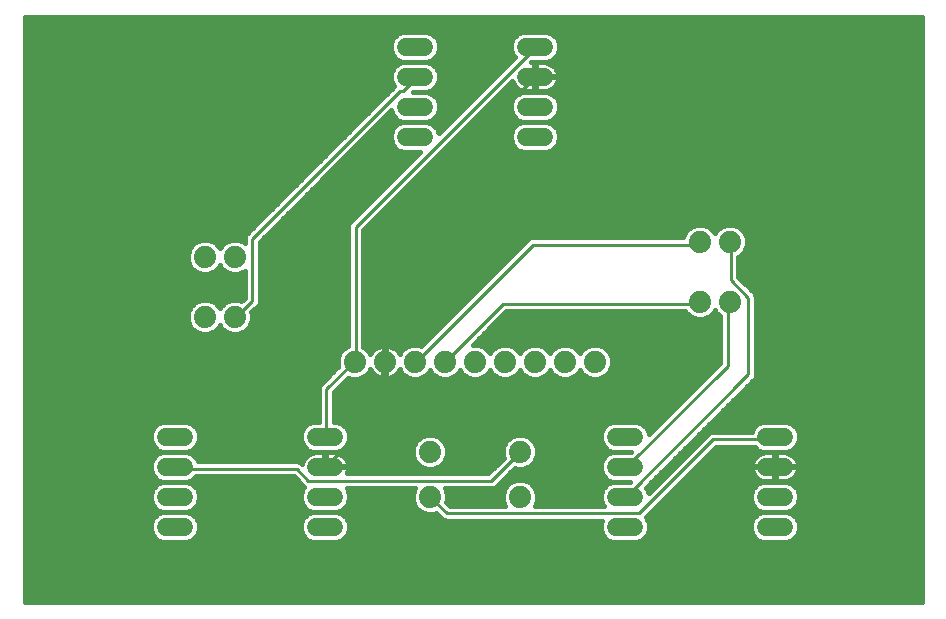
<source format=gbl>
G75*
%MOIN*%
%OFA0B0*%
%FSLAX25Y25*%
%IPPOS*%
%LPD*%
%AMOC8*
5,1,8,0,0,1.08239X$1,22.5*
%
%ADD10C,0.07400*%
%ADD11C,0.06000*%
%ADD12C,0.00984*%
%ADD13C,0.01600*%
%ADD14C,0.03962*%
D10*
X0116000Y0086000D03*
X0126000Y0086000D03*
X0136000Y0086000D03*
X0146000Y0086000D03*
X0156000Y0086000D03*
X0166000Y0086000D03*
X0176000Y0086000D03*
X0186000Y0086000D03*
X0196000Y0086000D03*
X0231000Y0106000D03*
X0241000Y0106000D03*
X0241000Y0126000D03*
X0231000Y0126000D03*
X0171000Y0056000D03*
X0171000Y0041000D03*
X0141000Y0041000D03*
X0141000Y0056000D03*
X0076000Y0101000D03*
X0066000Y0101000D03*
X0066000Y0121000D03*
X0076000Y0121000D03*
D11*
X0133000Y0161000D02*
X0139000Y0161000D01*
X0139000Y0171000D02*
X0133000Y0171000D01*
X0133000Y0181000D02*
X0139000Y0181000D01*
X0139000Y0191000D02*
X0133000Y0191000D01*
X0173000Y0191000D02*
X0179000Y0191000D01*
X0179000Y0181000D02*
X0173000Y0181000D01*
X0173000Y0171000D02*
X0179000Y0171000D01*
X0179000Y0161000D02*
X0173000Y0161000D01*
X0203000Y0061000D02*
X0209000Y0061000D01*
X0209000Y0051000D02*
X0203000Y0051000D01*
X0203000Y0041000D02*
X0209000Y0041000D01*
X0209000Y0031000D02*
X0203000Y0031000D01*
X0253000Y0031000D02*
X0259000Y0031000D01*
X0259000Y0041000D02*
X0253000Y0041000D01*
X0253000Y0051000D02*
X0259000Y0051000D01*
X0259000Y0061000D02*
X0253000Y0061000D01*
X0109000Y0061000D02*
X0103000Y0061000D01*
X0103000Y0051000D02*
X0109000Y0051000D01*
X0109000Y0041000D02*
X0103000Y0041000D01*
X0103000Y0031000D02*
X0109000Y0031000D01*
X0059000Y0031000D02*
X0053000Y0031000D01*
X0053000Y0041000D02*
X0059000Y0041000D01*
X0059000Y0051000D02*
X0053000Y0051000D01*
X0053000Y0061000D02*
X0059000Y0061000D01*
D12*
X0056000Y0051000D02*
X0056197Y0050291D01*
X0096551Y0050291D01*
X0100488Y0046354D01*
X0161512Y0046354D01*
X0170370Y0055213D01*
X0171000Y0056000D01*
X0146748Y0035528D02*
X0141827Y0040449D01*
X0141000Y0041000D01*
X0146748Y0035528D02*
X0210724Y0035528D01*
X0235331Y0060134D01*
X0256000Y0060134D01*
X0256000Y0061000D01*
X0247142Y0081787D02*
X0206787Y0041433D01*
X0206000Y0041000D01*
X0206000Y0051000D02*
X0206787Y0051276D01*
X0240252Y0084740D01*
X0240252Y0105409D01*
X0241000Y0106000D01*
X0247142Y0107378D02*
X0247142Y0081787D01*
X0230409Y0105409D02*
X0231000Y0106000D01*
X0230409Y0105409D02*
X0165449Y0105409D01*
X0146748Y0086709D01*
X0146000Y0086000D01*
X0136906Y0086709D02*
X0136000Y0086000D01*
X0136906Y0086709D02*
X0175291Y0125094D01*
X0230409Y0125094D01*
X0231000Y0126000D01*
X0241000Y0126000D02*
X0241236Y0125094D01*
X0241236Y0113283D01*
X0247142Y0107378D01*
X0175291Y0180213D02*
X0176000Y0181000D01*
X0175291Y0180213D02*
X0126079Y0131000D01*
X0126079Y0086709D01*
X0126000Y0086000D01*
X0125094Y0085724D01*
X0125094Y0069976D01*
X0106394Y0051276D01*
X0106000Y0051000D01*
X0106000Y0061000D02*
X0106394Y0061118D01*
X0106394Y0076866D01*
X0115252Y0085724D01*
X0116000Y0086000D01*
X0116236Y0086709D01*
X0116236Y0131000D01*
X0175291Y0190055D01*
X0176000Y0191000D01*
X0136000Y0181000D02*
X0135921Y0180213D01*
X0131984Y0176276D01*
X0131000Y0176276D01*
X0081787Y0127063D01*
X0081787Y0106394D01*
X0076866Y0101472D01*
X0076000Y0101000D01*
D13*
X0006000Y0006000D02*
X0304901Y0006000D01*
X0006000Y0006000D01*
X0006000Y0201000D01*
X0304901Y0201000D01*
X0304901Y0006000D01*
X0006000Y0006000D01*
X0304901Y0006000D01*
X0304901Y0201000D01*
X0006000Y0201000D01*
X0006000Y0006000D01*
X0006000Y0007599D02*
X0304901Y0007599D01*
X0006000Y0007599D01*
X0006000Y0009197D02*
X0304901Y0009197D01*
X0006000Y0009197D01*
X0006000Y0010796D02*
X0304901Y0010796D01*
X0006000Y0010796D01*
X0006000Y0012394D02*
X0304901Y0012394D01*
X0006000Y0012394D01*
X0006000Y0013993D02*
X0304901Y0013993D01*
X0006000Y0013993D01*
X0006000Y0015591D02*
X0304901Y0015591D01*
X0006000Y0015591D01*
X0006000Y0017190D02*
X0304901Y0017190D01*
X0006000Y0017190D01*
X0006000Y0018788D02*
X0304901Y0018788D01*
X0006000Y0018788D01*
X0006000Y0020387D02*
X0304901Y0020387D01*
X0006000Y0020387D01*
X0006000Y0021985D02*
X0304901Y0021985D01*
X0006000Y0021985D01*
X0006000Y0023584D02*
X0304901Y0023584D01*
X0006000Y0023584D01*
X0006000Y0025182D02*
X0304901Y0025182D01*
X0006000Y0025182D01*
X0006000Y0026781D02*
X0050148Y0026781D01*
X0006000Y0026781D01*
X0006000Y0028379D02*
X0048674Y0028379D01*
X0006000Y0028379D01*
X0006000Y0029978D02*
X0048011Y0029978D01*
X0006000Y0029978D01*
X0006000Y0031576D02*
X0048000Y0031576D01*
X0006000Y0031576D01*
X0006000Y0033175D02*
X0048489Y0033175D01*
X0006000Y0033175D01*
X0006000Y0034773D02*
X0049702Y0034773D01*
X0006000Y0034773D01*
X0006000Y0036372D02*
X0051108Y0036372D01*
X0006000Y0036372D01*
X0006000Y0037970D02*
X0048959Y0037970D01*
X0006000Y0037970D01*
X0006000Y0039569D02*
X0048181Y0039569D01*
X0006000Y0039569D01*
X0006000Y0041167D02*
X0048000Y0041167D01*
X0006000Y0041167D01*
X0006000Y0042766D02*
X0048319Y0042766D01*
X0006000Y0042766D01*
X0006000Y0044364D02*
X0049293Y0044364D01*
X0006000Y0044364D01*
X0006000Y0045963D02*
X0051916Y0045963D01*
X0006000Y0045963D01*
X0006000Y0047561D02*
X0049368Y0047561D01*
X0006000Y0047561D01*
X0006000Y0049160D02*
X0048350Y0049160D01*
X0006000Y0049160D01*
X0006000Y0050758D02*
X0048000Y0050758D01*
X0006000Y0050758D01*
X0006000Y0052357D02*
X0048150Y0052357D01*
X0006000Y0052357D01*
X0006000Y0053955D02*
X0048884Y0053955D01*
X0006000Y0053955D01*
X0006000Y0055554D02*
X0050928Y0055554D01*
X0006000Y0055554D01*
X0006000Y0057152D02*
X0049777Y0057152D01*
X0006000Y0057152D01*
X0006000Y0058751D02*
X0048520Y0058751D01*
X0006000Y0058751D01*
X0006000Y0060349D02*
X0048000Y0060349D01*
X0006000Y0060349D01*
X0006000Y0061948D02*
X0048000Y0061948D01*
X0006000Y0061948D01*
X0006000Y0063546D02*
X0048643Y0063546D01*
X0006000Y0063546D01*
X0006000Y0065145D02*
X0050074Y0065145D01*
X0006000Y0065145D01*
X0006000Y0066743D02*
X0103902Y0066743D01*
X0006000Y0066743D01*
X0006000Y0068342D02*
X0103902Y0068342D01*
X0006000Y0068342D01*
X0006000Y0069940D02*
X0103902Y0069940D01*
X0006000Y0069940D01*
X0006000Y0071539D02*
X0103902Y0071539D01*
X0006000Y0071539D01*
X0006000Y0073137D02*
X0103902Y0073137D01*
X0006000Y0073137D01*
X0006000Y0074736D02*
X0103902Y0074736D01*
X0006000Y0074736D01*
X0006000Y0076334D02*
X0103902Y0076334D01*
X0006000Y0076334D01*
X0006000Y0077933D02*
X0104138Y0077933D01*
X0006000Y0077933D01*
X0006000Y0079532D02*
X0105535Y0079532D01*
X0006000Y0079532D01*
X0006000Y0081130D02*
X0107133Y0081130D01*
X0006000Y0081130D01*
X0006000Y0082729D02*
X0108732Y0082729D01*
X0006000Y0082729D01*
X0006000Y0084327D02*
X0110330Y0084327D01*
X0006000Y0084327D01*
X0006000Y0085926D02*
X0110300Y0085926D01*
X0006000Y0085926D01*
X0006000Y0087524D02*
X0110462Y0087524D01*
X0006000Y0087524D01*
X0006000Y0089123D02*
X0111124Y0089123D01*
X0006000Y0089123D01*
X0006000Y0090721D02*
X0112660Y0090721D01*
X0006000Y0090721D01*
X0006000Y0092320D02*
X0113744Y0092320D01*
X0006000Y0092320D01*
X0006000Y0093918D02*
X0113744Y0093918D01*
X0006000Y0093918D01*
X0006000Y0095517D02*
X0064343Y0095517D01*
X0006000Y0095517D01*
X0006000Y0097115D02*
X0061824Y0097115D01*
X0006000Y0097115D01*
X0006000Y0098714D02*
X0060777Y0098714D01*
X0006000Y0098714D01*
X0006000Y0100312D02*
X0060300Y0100312D01*
X0006000Y0100312D01*
X0006000Y0101911D02*
X0060300Y0101911D01*
X0006000Y0101911D01*
X0006000Y0103509D02*
X0060870Y0103509D01*
X0006000Y0103509D01*
X0006000Y0105108D02*
X0062047Y0105108D01*
X0006000Y0105108D01*
X0006000Y0106706D02*
X0078576Y0106706D01*
X0006000Y0106706D01*
X0006000Y0108305D02*
X0079295Y0108305D01*
X0006000Y0108305D01*
X0006000Y0109903D02*
X0079295Y0109903D01*
X0006000Y0109903D01*
X0006000Y0111502D02*
X0079295Y0111502D01*
X0006000Y0111502D01*
X0006000Y0113100D02*
X0079295Y0113100D01*
X0006000Y0113100D01*
X0006000Y0114699D02*
X0079295Y0114699D01*
X0006000Y0114699D01*
X0006000Y0116297D02*
X0062642Y0116297D01*
X0006000Y0116297D01*
X0006000Y0117896D02*
X0061116Y0117896D01*
X0006000Y0117896D01*
X0006000Y0119494D02*
X0060454Y0119494D01*
X0006000Y0119494D01*
X0006000Y0121093D02*
X0060300Y0121093D01*
X0006000Y0121093D01*
X0006000Y0122691D02*
X0060531Y0122691D01*
X0006000Y0122691D01*
X0006000Y0124290D02*
X0061229Y0124290D01*
X0006000Y0124290D01*
X0006000Y0125888D02*
X0062907Y0125888D01*
X0006000Y0125888D01*
X0006000Y0127487D02*
X0079295Y0127487D01*
X0006000Y0127487D01*
X0006000Y0129085D02*
X0080285Y0129085D01*
X0006000Y0129085D01*
X0006000Y0130684D02*
X0081884Y0130684D01*
X0006000Y0130684D01*
X0006000Y0132282D02*
X0083482Y0132282D01*
X0006000Y0132282D01*
X0006000Y0133881D02*
X0085081Y0133881D01*
X0006000Y0133881D01*
X0006000Y0135479D02*
X0086679Y0135479D01*
X0006000Y0135479D01*
X0006000Y0137078D02*
X0088278Y0137078D01*
X0006000Y0137078D01*
X0006000Y0138676D02*
X0089876Y0138676D01*
X0006000Y0138676D01*
X0006000Y0140275D02*
X0091475Y0140275D01*
X0006000Y0140275D01*
X0006000Y0141873D02*
X0093073Y0141873D01*
X0006000Y0141873D01*
X0006000Y0143472D02*
X0094672Y0143472D01*
X0006000Y0143472D01*
X0006000Y0145070D02*
X0096271Y0145070D01*
X0006000Y0145070D01*
X0006000Y0146669D02*
X0097869Y0146669D01*
X0006000Y0146669D01*
X0006000Y0148268D02*
X0099468Y0148268D01*
X0006000Y0148268D01*
X0006000Y0149866D02*
X0101066Y0149866D01*
X0006000Y0149866D01*
X0006000Y0151465D02*
X0102665Y0151465D01*
X0006000Y0151465D01*
X0006000Y0153063D02*
X0104263Y0153063D01*
X0006000Y0153063D01*
X0006000Y0154662D02*
X0105862Y0154662D01*
X0006000Y0154662D01*
X0006000Y0156260D02*
X0107460Y0156260D01*
X0006000Y0156260D01*
X0006000Y0157859D02*
X0109059Y0157859D01*
X0006000Y0157859D01*
X0006000Y0159457D02*
X0110657Y0159457D01*
X0006000Y0159457D01*
X0006000Y0161056D02*
X0112256Y0161056D01*
X0006000Y0161056D01*
X0006000Y0162654D02*
X0113854Y0162654D01*
X0006000Y0162654D01*
X0006000Y0164253D02*
X0115453Y0164253D01*
X0006000Y0164253D01*
X0006000Y0165851D02*
X0117051Y0165851D01*
X0006000Y0165851D01*
X0006000Y0167450D02*
X0118650Y0167450D01*
X0006000Y0167450D01*
X0006000Y0169048D02*
X0120248Y0169048D01*
X0006000Y0169048D01*
X0006000Y0170647D02*
X0121847Y0170647D01*
X0006000Y0170647D01*
X0006000Y0172245D02*
X0123445Y0172245D01*
X0006000Y0172245D01*
X0006000Y0173844D02*
X0125044Y0173844D01*
X0006000Y0173844D01*
X0006000Y0175442D02*
X0126642Y0175442D01*
X0006000Y0175442D01*
X0006000Y0177041D02*
X0128241Y0177041D01*
X0006000Y0177041D01*
X0006000Y0178639D02*
X0128566Y0178639D01*
X0006000Y0178639D01*
X0006000Y0180238D02*
X0128000Y0180238D01*
X0006000Y0180238D01*
X0006000Y0181836D02*
X0128000Y0181836D01*
X0006000Y0181836D01*
X0006000Y0183435D02*
X0128597Y0183435D01*
X0006000Y0183435D01*
X0006000Y0185033D02*
X0129962Y0185033D01*
X0006000Y0185033D01*
X0006000Y0186632D02*
X0130480Y0186632D01*
X0006000Y0186632D01*
X0006000Y0188230D02*
X0128735Y0188230D01*
X0006000Y0188230D01*
X0006000Y0189829D02*
X0128073Y0189829D01*
X0006000Y0189829D01*
X0006000Y0191427D02*
X0128000Y0191427D01*
X0006000Y0191427D01*
X0006000Y0193026D02*
X0128427Y0193026D01*
X0006000Y0193026D01*
X0006000Y0194624D02*
X0129553Y0194624D01*
X0006000Y0194624D01*
X0006000Y0196223D02*
X0304901Y0196223D01*
X0006000Y0196223D01*
X0006000Y0197821D02*
X0304901Y0197821D01*
X0006000Y0197821D01*
X0006000Y0199420D02*
X0304901Y0199420D01*
X0006000Y0199420D01*
X0095327Y0137078D02*
X0118790Y0137078D01*
X0095327Y0137078D01*
X0096925Y0138676D02*
X0120388Y0138676D01*
X0096925Y0138676D01*
X0098524Y0140275D02*
X0121987Y0140275D01*
X0098524Y0140275D01*
X0100122Y0141873D02*
X0123585Y0141873D01*
X0100122Y0141873D01*
X0101721Y0143472D02*
X0125184Y0143472D01*
X0101721Y0143472D01*
X0103319Y0145070D02*
X0126782Y0145070D01*
X0103319Y0145070D01*
X0104918Y0146669D02*
X0128381Y0146669D01*
X0104918Y0146669D01*
X0106516Y0148268D02*
X0129979Y0148268D01*
X0106516Y0148268D01*
X0108115Y0149866D02*
X0131578Y0149866D01*
X0108115Y0149866D01*
X0109713Y0151465D02*
X0133176Y0151465D01*
X0109713Y0151465D01*
X0111312Y0153063D02*
X0134775Y0153063D01*
X0111312Y0153063D01*
X0112910Y0154662D02*
X0136373Y0154662D01*
X0112910Y0154662D01*
X0114509Y0156260D02*
X0131378Y0156260D01*
X0114509Y0156260D01*
X0116107Y0157859D02*
X0129070Y0157859D01*
X0116107Y0157859D01*
X0117706Y0159457D02*
X0128227Y0159457D01*
X0117706Y0159457D01*
X0119304Y0161056D02*
X0128000Y0161056D01*
X0119304Y0161056D01*
X0120903Y0162654D02*
X0128273Y0162654D01*
X0120903Y0162654D01*
X0122501Y0164253D02*
X0129182Y0164253D01*
X0122501Y0164253D01*
X0124100Y0165851D02*
X0131646Y0165851D01*
X0124100Y0165851D01*
X0125698Y0167450D02*
X0129479Y0167450D01*
X0125698Y0167450D01*
X0127297Y0169048D02*
X0128397Y0169048D01*
X0127297Y0169048D01*
X0128074Y0169826D02*
X0128761Y0168168D01*
X0130168Y0166761D01*
X0132005Y0166000D01*
X0139995Y0166000D01*
X0141832Y0166761D01*
X0143239Y0168168D01*
X0144000Y0170005D01*
X0144000Y0171995D01*
X0143239Y0173832D01*
X0141832Y0175239D01*
X0139995Y0176000D01*
X0141832Y0176761D01*
X0143239Y0178168D01*
X0144000Y0180005D01*
X0144000Y0181995D01*
X0143239Y0183832D01*
X0141832Y0185239D01*
X0139995Y0186000D01*
X0141832Y0186761D01*
X0143239Y0188168D01*
X0144000Y0190005D01*
X0144000Y0191995D01*
X0143239Y0193832D01*
X0141832Y0195239D01*
X0139995Y0196000D01*
X0132005Y0196000D01*
X0130168Y0195239D01*
X0128761Y0193832D01*
X0128000Y0191995D01*
X0128000Y0190005D01*
X0128761Y0188168D01*
X0130168Y0186761D01*
X0132005Y0186000D01*
X0139995Y0186000D01*
X0132005Y0186000D01*
X0130168Y0185239D01*
X0128761Y0183832D01*
X0128000Y0181995D01*
X0128000Y0180005D01*
X0128761Y0178168D01*
X0129064Y0177864D01*
X0080376Y0129176D01*
X0079675Y0128475D01*
X0079295Y0127559D01*
X0079295Y0125766D01*
X0079229Y0125832D01*
X0077134Y0126700D01*
X0074866Y0126700D01*
X0072771Y0125832D01*
X0071168Y0124229D01*
X0071000Y0123824D01*
X0070832Y0124229D01*
X0069229Y0125832D01*
X0067134Y0126700D01*
X0064866Y0126700D01*
X0062771Y0125832D01*
X0061168Y0124229D01*
X0060300Y0122134D01*
X0060300Y0119866D01*
X0061168Y0117771D01*
X0062771Y0116168D01*
X0064866Y0115300D01*
X0067134Y0115300D01*
X0069229Y0116168D01*
X0070832Y0117771D01*
X0071000Y0118176D01*
X0071168Y0117771D01*
X0072771Y0116168D01*
X0074866Y0115300D01*
X0077134Y0115300D01*
X0079229Y0116168D01*
X0079295Y0116234D01*
X0079295Y0107426D01*
X0078149Y0106280D01*
X0077134Y0106700D01*
X0074866Y0106700D01*
X0072771Y0105832D01*
X0071168Y0104229D01*
X0071000Y0103824D01*
X0070832Y0104229D01*
X0069229Y0105832D01*
X0067134Y0106700D01*
X0064866Y0106700D01*
X0062771Y0105832D01*
X0061168Y0104229D01*
X0060300Y0102134D01*
X0060300Y0099866D01*
X0061168Y0097771D01*
X0062771Y0096168D01*
X0064866Y0095300D01*
X0067134Y0095300D01*
X0069229Y0096168D01*
X0070832Y0097771D01*
X0071000Y0098176D01*
X0071168Y0097771D01*
X0072771Y0096168D01*
X0074866Y0095300D01*
X0077134Y0095300D01*
X0079229Y0096168D01*
X0080832Y0097771D01*
X0081700Y0099866D01*
X0081700Y0102134D01*
X0081510Y0102592D01*
X0083900Y0104982D01*
X0084280Y0105898D01*
X0084280Y0126031D01*
X0128074Y0169826D01*
X0128761Y0168168D01*
X0130168Y0166761D01*
X0132005Y0166000D01*
X0130168Y0165239D01*
X0128761Y0163832D01*
X0128000Y0161995D01*
X0128000Y0160005D01*
X0128761Y0158168D01*
X0130168Y0156761D01*
X0132005Y0156000D01*
X0137712Y0156000D01*
X0114825Y0133113D01*
X0114825Y0133113D01*
X0114825Y0133113D01*
X0137712Y0156000D01*
X0132005Y0156000D01*
X0130168Y0156761D01*
X0128761Y0158168D01*
X0128000Y0160005D01*
X0128000Y0161995D01*
X0128761Y0163832D01*
X0130168Y0165239D01*
X0132005Y0166000D01*
X0139995Y0166000D01*
X0141832Y0165239D01*
X0143239Y0163832D01*
X0143914Y0162202D01*
X0169320Y0187609D01*
X0168761Y0188168D01*
X0168000Y0190005D01*
X0168000Y0191995D01*
X0168761Y0193832D01*
X0170168Y0195239D01*
X0172005Y0196000D01*
X0179995Y0196000D01*
X0181832Y0195239D01*
X0183239Y0193832D01*
X0184000Y0191995D01*
X0184000Y0190005D01*
X0183239Y0188168D01*
X0181832Y0186761D01*
X0179995Y0186000D01*
X0174761Y0186000D01*
X0174561Y0185800D01*
X0175800Y0185800D01*
X0175800Y0181200D01*
X0176200Y0181200D01*
X0176200Y0185800D01*
X0179378Y0185800D01*
X0180124Y0185682D01*
X0180843Y0185448D01*
X0181516Y0185105D01*
X0182127Y0184661D01*
X0182661Y0184127D01*
X0183105Y0183516D01*
X0183448Y0182843D01*
X0183682Y0182124D01*
X0183800Y0181378D01*
X0183800Y0181200D01*
X0176200Y0181200D01*
X0176200Y0180800D01*
X0183800Y0180800D01*
X0183800Y0180622D01*
X0183682Y0179876D01*
X0183448Y0179157D01*
X0183105Y0178484D01*
X0182661Y0177873D01*
X0182127Y0177339D01*
X0181516Y0176895D01*
X0180843Y0176552D01*
X0180124Y0176318D01*
X0179378Y0176200D01*
X0176200Y0176200D01*
X0176200Y0180800D01*
X0176200Y0181200D01*
X0175800Y0181200D01*
X0175800Y0185800D01*
X0174561Y0185800D01*
X0174761Y0186000D01*
X0179995Y0186000D01*
X0181832Y0186761D01*
X0183239Y0188168D01*
X0184000Y0190005D01*
X0184000Y0191995D01*
X0183239Y0193832D01*
X0181832Y0195239D01*
X0179995Y0196000D01*
X0172005Y0196000D01*
X0170168Y0195239D01*
X0168761Y0193832D01*
X0168000Y0191995D01*
X0168000Y0190005D01*
X0168761Y0188168D01*
X0169320Y0187609D01*
X0143914Y0162202D01*
X0143239Y0163832D01*
X0141832Y0165239D01*
X0139995Y0166000D01*
X0141832Y0166761D01*
X0143239Y0168168D01*
X0144000Y0170005D01*
X0144000Y0171995D01*
X0143239Y0173832D01*
X0141832Y0175239D01*
X0139995Y0176000D01*
X0135233Y0176000D01*
X0135233Y0176000D01*
X0139995Y0176000D01*
X0141832Y0176761D01*
X0143239Y0178168D01*
X0144000Y0180005D01*
X0144000Y0181995D01*
X0143239Y0183832D01*
X0141832Y0185239D01*
X0139995Y0186000D01*
X0141832Y0186761D01*
X0143239Y0188168D01*
X0144000Y0190005D01*
X0144000Y0191995D01*
X0143239Y0193832D01*
X0141832Y0195239D01*
X0139995Y0196000D01*
X0132005Y0196000D01*
X0130168Y0195239D01*
X0128761Y0193832D01*
X0128000Y0191995D01*
X0128000Y0190005D01*
X0128761Y0188168D01*
X0130168Y0186761D01*
X0132005Y0186000D01*
X0139995Y0186000D01*
X0132005Y0186000D01*
X0130168Y0185239D01*
X0128761Y0183832D01*
X0128000Y0181995D01*
X0128000Y0180005D01*
X0128761Y0178168D01*
X0129064Y0177864D01*
X0080376Y0129176D01*
X0079675Y0128475D01*
X0079295Y0127559D01*
X0079295Y0125766D01*
X0079229Y0125832D01*
X0077134Y0126700D01*
X0074866Y0126700D01*
X0072771Y0125832D01*
X0071168Y0124229D01*
X0071000Y0123824D01*
X0070832Y0124229D01*
X0069229Y0125832D01*
X0067134Y0126700D01*
X0064866Y0126700D01*
X0062771Y0125832D01*
X0061168Y0124229D01*
X0060300Y0122134D01*
X0060300Y0119866D01*
X0061168Y0117771D01*
X0062771Y0116168D01*
X0064866Y0115300D01*
X0067134Y0115300D01*
X0069229Y0116168D01*
X0070832Y0117771D01*
X0071000Y0118176D01*
X0071168Y0117771D01*
X0072771Y0116168D01*
X0074866Y0115300D01*
X0077134Y0115300D01*
X0079229Y0116168D01*
X0079295Y0116234D01*
X0079295Y0107426D01*
X0078149Y0106280D01*
X0077134Y0106700D01*
X0074866Y0106700D01*
X0072771Y0105832D01*
X0071168Y0104229D01*
X0071000Y0103824D01*
X0070832Y0104229D01*
X0069229Y0105832D01*
X0067134Y0106700D01*
X0064866Y0106700D01*
X0062771Y0105832D01*
X0061168Y0104229D01*
X0060300Y0102134D01*
X0060300Y0099866D01*
X0061168Y0097771D01*
X0062771Y0096168D01*
X0064866Y0095300D01*
X0067134Y0095300D01*
X0069229Y0096168D01*
X0070832Y0097771D01*
X0071000Y0098176D01*
X0071168Y0097771D01*
X0072771Y0096168D01*
X0074866Y0095300D01*
X0077134Y0095300D01*
X0079229Y0096168D01*
X0080832Y0097771D01*
X0081700Y0099866D01*
X0081700Y0102134D01*
X0081510Y0102592D01*
X0083900Y0104982D01*
X0084280Y0105898D01*
X0084280Y0126031D01*
X0128074Y0169826D01*
X0132005Y0166000D02*
X0139995Y0166000D01*
X0132005Y0166000D01*
X0140354Y0165851D02*
X0147563Y0165851D01*
X0140354Y0165851D01*
X0142521Y0167450D02*
X0149161Y0167450D01*
X0142521Y0167450D01*
X0143603Y0169048D02*
X0150760Y0169048D01*
X0143603Y0169048D01*
X0144000Y0170647D02*
X0152359Y0170647D01*
X0144000Y0170647D01*
X0143896Y0172245D02*
X0153957Y0172245D01*
X0143896Y0172245D01*
X0143227Y0173844D02*
X0155556Y0173844D01*
X0143227Y0173844D01*
X0141341Y0175442D02*
X0157154Y0175442D01*
X0141341Y0175442D01*
X0139995Y0176000D02*
X0135233Y0176000D01*
X0135233Y0176000D01*
X0139995Y0176000D01*
X0142112Y0177041D02*
X0158753Y0177041D01*
X0142112Y0177041D01*
X0143434Y0178639D02*
X0160351Y0178639D01*
X0143434Y0178639D01*
X0144000Y0180238D02*
X0161950Y0180238D01*
X0144000Y0180238D01*
X0144000Y0181836D02*
X0163548Y0181836D01*
X0144000Y0181836D01*
X0143403Y0183435D02*
X0165147Y0183435D01*
X0143403Y0183435D01*
X0142038Y0185033D02*
X0166745Y0185033D01*
X0142038Y0185033D01*
X0141520Y0186632D02*
X0168344Y0186632D01*
X0141520Y0186632D01*
X0143265Y0188230D02*
X0168735Y0188230D01*
X0143265Y0188230D01*
X0143927Y0189829D02*
X0168073Y0189829D01*
X0143927Y0189829D01*
X0144000Y0191427D02*
X0168000Y0191427D01*
X0144000Y0191427D01*
X0143573Y0193026D02*
X0168427Y0193026D01*
X0143573Y0193026D01*
X0142447Y0194624D02*
X0169553Y0194624D01*
X0142447Y0194624D01*
X0167400Y0178639D02*
X0168816Y0178639D01*
X0167400Y0178639D01*
X0168552Y0179157D02*
X0168895Y0178484D01*
X0169339Y0177873D01*
X0169873Y0177339D01*
X0170484Y0176895D01*
X0171157Y0176552D01*
X0171876Y0176318D01*
X0172622Y0176200D01*
X0175800Y0176200D01*
X0175800Y0180800D01*
X0176200Y0180800D01*
X0183800Y0180800D01*
X0183800Y0180622D01*
X0183682Y0179876D01*
X0183448Y0179157D01*
X0183105Y0178484D01*
X0182661Y0177873D01*
X0182127Y0177339D01*
X0181516Y0176895D01*
X0180843Y0176552D01*
X0180124Y0176318D01*
X0179378Y0176200D01*
X0176200Y0176200D01*
X0176200Y0180800D01*
X0175800Y0180800D01*
X0175800Y0176200D01*
X0172622Y0176200D01*
X0171876Y0176318D01*
X0171157Y0176552D01*
X0170484Y0176895D01*
X0169873Y0177339D01*
X0169339Y0177873D01*
X0168895Y0178484D01*
X0168552Y0179157D01*
X0168396Y0179636D01*
X0118728Y0129968D01*
X0118728Y0091040D01*
X0119229Y0090832D01*
X0120832Y0089229D01*
X0121119Y0088536D01*
X0121296Y0088883D01*
X0121805Y0089583D01*
X0122417Y0090195D01*
X0123117Y0090704D01*
X0123889Y0091097D01*
X0124712Y0091365D01*
X0125567Y0091500D01*
X0125800Y0091500D01*
X0125800Y0086200D01*
X0126200Y0086200D01*
X0126200Y0091500D01*
X0126433Y0091500D01*
X0127288Y0091365D01*
X0128111Y0091097D01*
X0128883Y0090704D01*
X0129583Y0090195D01*
X0130195Y0089583D01*
X0130704Y0088883D01*
X0130881Y0088536D01*
X0131168Y0089229D01*
X0132771Y0090832D01*
X0134866Y0091700D01*
X0137134Y0091700D01*
X0138010Y0091337D01*
X0173880Y0127207D01*
X0174796Y0127587D01*
X0225488Y0127587D01*
X0226168Y0129229D01*
X0227771Y0130832D01*
X0229866Y0131700D01*
X0232134Y0131700D01*
X0234229Y0130832D01*
X0235832Y0129229D01*
X0236000Y0128824D01*
X0236168Y0129229D01*
X0237771Y0130832D01*
X0239866Y0131700D01*
X0242134Y0131700D01*
X0244229Y0130832D01*
X0245832Y0129229D01*
X0246700Y0127134D01*
X0246700Y0124866D01*
X0245832Y0122771D01*
X0244229Y0121168D01*
X0243728Y0120960D01*
X0243728Y0114316D01*
X0248553Y0109491D01*
X0249254Y0108790D01*
X0249634Y0107874D01*
X0249634Y0081292D01*
X0249254Y0080376D01*
X0212975Y0044096D01*
X0213239Y0043832D01*
X0213902Y0042230D01*
X0233919Y0062247D01*
X0234835Y0062626D01*
X0248262Y0062626D01*
X0248761Y0063832D01*
X0250168Y0065239D01*
X0252005Y0066000D01*
X0259995Y0066000D01*
X0261832Y0065239D01*
X0263239Y0063832D01*
X0264000Y0061995D01*
X0264000Y0060005D01*
X0263239Y0058168D01*
X0261832Y0056761D01*
X0259995Y0056000D01*
X0252005Y0056000D01*
X0250168Y0056761D01*
X0249287Y0057642D01*
X0236363Y0057642D01*
X0212896Y0034175D01*
X0213239Y0033832D01*
X0214000Y0031995D01*
X0214000Y0030005D01*
X0213239Y0028168D01*
X0211832Y0026761D01*
X0209995Y0026000D01*
X0202005Y0026000D01*
X0200168Y0026761D01*
X0198761Y0028168D01*
X0198000Y0030005D01*
X0198000Y0031995D01*
X0198431Y0033035D01*
X0146252Y0033035D01*
X0145336Y0033415D01*
X0143065Y0035686D01*
X0142134Y0035300D01*
X0139866Y0035300D01*
X0137771Y0036168D01*
X0136168Y0037771D01*
X0135300Y0039866D01*
X0135300Y0042134D01*
X0136016Y0043862D01*
X0113209Y0043862D01*
X0113239Y0043832D01*
X0114000Y0041995D01*
X0114000Y0040005D01*
X0113239Y0038168D01*
X0111832Y0036761D01*
X0109995Y0036000D01*
X0111832Y0035239D01*
X0113239Y0033832D01*
X0114000Y0031995D01*
X0114000Y0030005D01*
X0113239Y0028168D01*
X0111832Y0026761D01*
X0109995Y0026000D01*
X0102005Y0026000D01*
X0100168Y0026761D01*
X0098761Y0028168D01*
X0098000Y0030005D01*
X0098000Y0031995D01*
X0098761Y0033832D01*
X0100168Y0035239D01*
X0102005Y0036000D01*
X0109995Y0036000D01*
X0102005Y0036000D01*
X0100168Y0036761D01*
X0098761Y0038168D01*
X0098000Y0040005D01*
X0098000Y0041995D01*
X0098761Y0043832D01*
X0099143Y0044214D01*
X0099077Y0044242D01*
X0098375Y0044943D01*
X0095519Y0047799D01*
X0062870Y0047799D01*
X0061832Y0046761D01*
X0059995Y0046000D01*
X0061832Y0045239D01*
X0063239Y0043832D01*
X0064000Y0041995D01*
X0064000Y0040005D01*
X0063239Y0038168D01*
X0061832Y0036761D01*
X0059995Y0036000D01*
X0052005Y0036000D01*
X0050168Y0036761D01*
X0048761Y0038168D01*
X0048000Y0040005D01*
X0048000Y0041995D01*
X0048761Y0043832D01*
X0050168Y0045239D01*
X0052005Y0046000D01*
X0059995Y0046000D01*
X0052005Y0046000D01*
X0050168Y0046761D01*
X0048761Y0048168D01*
X0048000Y0050005D01*
X0048000Y0051995D01*
X0048761Y0053832D01*
X0050168Y0055239D01*
X0052005Y0056000D01*
X0059995Y0056000D01*
X0061832Y0056761D01*
X0063239Y0058168D01*
X0064000Y0060005D01*
X0064000Y0061995D01*
X0063239Y0063832D01*
X0061832Y0065239D01*
X0059995Y0066000D01*
X0052005Y0066000D01*
X0050168Y0065239D01*
X0048761Y0063832D01*
X0048000Y0061995D01*
X0048000Y0060005D01*
X0048761Y0058168D01*
X0050168Y0056761D01*
X0052005Y0056000D01*
X0059995Y0056000D01*
X0061832Y0055239D01*
X0063239Y0053832D01*
X0063673Y0052783D01*
X0097047Y0052783D01*
X0097963Y0052404D01*
X0098308Y0052059D01*
X0098318Y0052124D01*
X0098552Y0052843D01*
X0098895Y0053516D01*
X0099339Y0054127D01*
X0099873Y0054661D01*
X0100484Y0055105D01*
X0101157Y0055448D01*
X0101876Y0055682D01*
X0102622Y0055800D01*
X0105800Y0055800D01*
X0105800Y0051200D01*
X0106200Y0051200D01*
X0106200Y0055800D01*
X0109378Y0055800D01*
X0110124Y0055682D01*
X0110843Y0055448D01*
X0111516Y0055105D01*
X0112127Y0054661D01*
X0112661Y0054127D01*
X0113105Y0053516D01*
X0113448Y0052843D01*
X0113682Y0052124D01*
X0113800Y0051378D01*
X0113800Y0051200D01*
X0106200Y0051200D01*
X0106200Y0050800D01*
X0113800Y0050800D01*
X0113800Y0050622D01*
X0113682Y0049876D01*
X0113448Y0049157D01*
X0113290Y0048846D01*
X0160480Y0048846D01*
X0165651Y0054018D01*
X0165300Y0054866D01*
X0165300Y0057134D01*
X0166168Y0059229D01*
X0167771Y0060832D01*
X0169866Y0061700D01*
X0172134Y0061700D01*
X0174229Y0060832D01*
X0175832Y0059229D01*
X0176700Y0057134D01*
X0176700Y0054866D01*
X0175832Y0052771D01*
X0174229Y0051168D01*
X0172134Y0050300D01*
X0169866Y0050300D01*
X0169241Y0050559D01*
X0162923Y0044242D01*
X0162008Y0043862D01*
X0145984Y0043862D01*
X0146700Y0042134D01*
X0146700Y0039866D01*
X0146476Y0039324D01*
X0147780Y0038020D01*
X0166065Y0038020D01*
X0165300Y0039866D01*
X0165300Y0042134D01*
X0166168Y0044229D01*
X0167771Y0045832D01*
X0169866Y0046700D01*
X0172134Y0046700D01*
X0174229Y0045832D01*
X0175832Y0044229D01*
X0176700Y0042134D01*
X0176700Y0039866D01*
X0175935Y0038020D01*
X0198909Y0038020D01*
X0198761Y0038168D01*
X0198000Y0040005D01*
X0198000Y0041995D01*
X0198761Y0043832D01*
X0200168Y0045239D01*
X0202005Y0046000D01*
X0207830Y0046000D01*
X0207830Y0046000D01*
X0202005Y0046000D01*
X0200168Y0046761D01*
X0198761Y0048168D01*
X0198000Y0050005D01*
X0198000Y0051995D01*
X0198761Y0053832D01*
X0200168Y0055239D01*
X0202005Y0056000D01*
X0207987Y0056000D01*
X0207987Y0056000D01*
X0202005Y0056000D01*
X0207987Y0056000D01*
X0207987Y0056000D01*
X0202005Y0056000D01*
X0200168Y0056761D01*
X0198761Y0058168D01*
X0198000Y0060005D01*
X0198000Y0061995D01*
X0198761Y0063832D01*
X0200168Y0065239D01*
X0202005Y0066000D01*
X0209995Y0066000D01*
X0211832Y0065239D01*
X0213239Y0063832D01*
X0213995Y0062007D01*
X0237760Y0085772D01*
X0237760Y0101179D01*
X0236168Y0102771D01*
X0236000Y0103176D01*
X0235832Y0102771D01*
X0234229Y0101168D01*
X0232134Y0100300D01*
X0229866Y0100300D01*
X0227771Y0101168D01*
X0226168Y0102771D01*
X0226107Y0102917D01*
X0166481Y0102917D01*
X0155264Y0091700D01*
X0157134Y0091700D01*
X0159229Y0090832D01*
X0160832Y0089229D01*
X0161000Y0088824D01*
X0161168Y0089229D01*
X0162771Y0090832D01*
X0164866Y0091700D01*
X0167134Y0091700D01*
X0169229Y0090832D01*
X0170832Y0089229D01*
X0171000Y0088824D01*
X0171168Y0089229D01*
X0172771Y0090832D01*
X0174866Y0091700D01*
X0177134Y0091700D01*
X0179229Y0090832D01*
X0180832Y0089229D01*
X0181000Y0088824D01*
X0181168Y0089229D01*
X0182771Y0090832D01*
X0184866Y0091700D01*
X0187134Y0091700D01*
X0189229Y0090832D01*
X0190832Y0089229D01*
X0191000Y0088824D01*
X0191168Y0089229D01*
X0192771Y0090832D01*
X0194866Y0091700D01*
X0197134Y0091700D01*
X0199229Y0090832D01*
X0200832Y0089229D01*
X0201700Y0087134D01*
X0201700Y0084866D01*
X0200832Y0082771D01*
X0199229Y0081168D01*
X0197134Y0080300D01*
X0194866Y0080300D01*
X0192771Y0081168D01*
X0191168Y0082771D01*
X0191000Y0083176D01*
X0190832Y0082771D01*
X0189229Y0081168D01*
X0187134Y0080300D01*
X0184866Y0080300D01*
X0182771Y0081168D01*
X0181168Y0082771D01*
X0181000Y0083176D01*
X0180832Y0082771D01*
X0179229Y0081168D01*
X0177134Y0080300D01*
X0174866Y0080300D01*
X0172771Y0081168D01*
X0171168Y0082771D01*
X0171000Y0083176D01*
X0170832Y0082771D01*
X0169229Y0081168D01*
X0167134Y0080300D01*
X0164866Y0080300D01*
X0162771Y0081168D01*
X0161168Y0082771D01*
X0161000Y0083176D01*
X0160832Y0082771D01*
X0159229Y0081168D01*
X0157134Y0080300D01*
X0154866Y0080300D01*
X0152771Y0081168D01*
X0151168Y0082771D01*
X0151000Y0083176D01*
X0150832Y0082771D01*
X0149229Y0081168D01*
X0147134Y0080300D01*
X0144866Y0080300D01*
X0142771Y0081168D01*
X0141168Y0082771D01*
X0141000Y0083176D01*
X0140832Y0082771D01*
X0139229Y0081168D01*
X0137134Y0080300D01*
X0134866Y0080300D01*
X0132771Y0081168D01*
X0131168Y0082771D01*
X0130881Y0083464D01*
X0130704Y0083117D01*
X0130195Y0082417D01*
X0129583Y0081805D01*
X0128883Y0081296D01*
X0128111Y0080903D01*
X0127288Y0080635D01*
X0126433Y0080500D01*
X0126200Y0080500D01*
X0126200Y0085800D01*
X0125800Y0085800D01*
X0125800Y0080500D01*
X0125567Y0080500D01*
X0124712Y0080635D01*
X0123889Y0080903D01*
X0123117Y0081296D01*
X0122417Y0081805D01*
X0121805Y0082417D01*
X0121296Y0083117D01*
X0121119Y0083464D01*
X0120832Y0082771D01*
X0119229Y0081168D01*
X0117134Y0080300D01*
X0114866Y0080300D01*
X0113795Y0080744D01*
X0108886Y0075834D01*
X0108886Y0066000D01*
X0109995Y0066000D01*
X0111832Y0065239D01*
X0113239Y0063832D01*
X0114000Y0061995D01*
X0114000Y0060005D01*
X0113239Y0058168D01*
X0111832Y0056761D01*
X0109995Y0056000D01*
X0102005Y0056000D01*
X0100168Y0056761D01*
X0098761Y0058168D01*
X0098000Y0060005D01*
X0098000Y0061995D01*
X0098761Y0063832D01*
X0100168Y0065239D01*
X0102005Y0066000D01*
X0103902Y0066000D01*
X0103902Y0077362D01*
X0104281Y0078278D01*
X0110467Y0084464D01*
X0110300Y0084866D01*
X0110300Y0087134D01*
X0111168Y0089229D01*
X0112771Y0090832D01*
X0113744Y0091235D01*
X0113744Y0131496D01*
X0114123Y0132412D01*
X0114825Y0133113D01*
X0114123Y0132412D01*
X0113744Y0131496D01*
X0113744Y0091235D01*
X0112771Y0090832D01*
X0111168Y0089229D01*
X0110300Y0087134D01*
X0110300Y0084866D01*
X0110467Y0084464D01*
X0104281Y0078278D01*
X0103902Y0077362D01*
X0103902Y0066000D01*
X0102005Y0066000D01*
X0100168Y0065239D01*
X0098761Y0063832D01*
X0098000Y0061995D01*
X0098000Y0060005D01*
X0098761Y0058168D01*
X0100168Y0056761D01*
X0102005Y0056000D01*
X0109995Y0056000D01*
X0111832Y0056761D01*
X0113239Y0058168D01*
X0114000Y0060005D01*
X0114000Y0061995D01*
X0113239Y0063832D01*
X0111832Y0065239D01*
X0109995Y0066000D01*
X0108886Y0066000D01*
X0108886Y0075834D01*
X0113795Y0080744D01*
X0114866Y0080300D01*
X0117134Y0080300D01*
X0119229Y0081168D01*
X0120832Y0082771D01*
X0121119Y0083464D01*
X0121296Y0083117D01*
X0121805Y0082417D01*
X0122417Y0081805D01*
X0123117Y0081296D01*
X0123889Y0080903D01*
X0124712Y0080635D01*
X0125567Y0080500D01*
X0125800Y0080500D01*
X0125800Y0085800D01*
X0126200Y0085800D01*
X0126200Y0080500D01*
X0126433Y0080500D01*
X0127288Y0080635D01*
X0128111Y0080903D01*
X0128883Y0081296D01*
X0129583Y0081805D01*
X0130195Y0082417D01*
X0130704Y0083117D01*
X0130881Y0083464D01*
X0131168Y0082771D01*
X0132771Y0081168D01*
X0134866Y0080300D01*
X0137134Y0080300D01*
X0139229Y0081168D01*
X0140832Y0082771D01*
X0141000Y0083176D01*
X0141168Y0082771D01*
X0142771Y0081168D01*
X0144866Y0080300D01*
X0147134Y0080300D01*
X0149229Y0081168D01*
X0150832Y0082771D01*
X0151000Y0083176D01*
X0151168Y0082771D01*
X0152771Y0081168D01*
X0154866Y0080300D01*
X0157134Y0080300D01*
X0159229Y0081168D01*
X0160832Y0082771D01*
X0161000Y0083176D01*
X0161168Y0082771D01*
X0162771Y0081168D01*
X0164866Y0080300D01*
X0167134Y0080300D01*
X0169229Y0081168D01*
X0170832Y0082771D01*
X0171000Y0083176D01*
X0171168Y0082771D01*
X0172771Y0081168D01*
X0174866Y0080300D01*
X0177134Y0080300D01*
X0179229Y0081168D01*
X0180832Y0082771D01*
X0181000Y0083176D01*
X0181168Y0082771D01*
X0182771Y0081168D01*
X0184866Y0080300D01*
X0187134Y0080300D01*
X0189229Y0081168D01*
X0190832Y0082771D01*
X0191000Y0083176D01*
X0191168Y0082771D01*
X0192771Y0081168D01*
X0194866Y0080300D01*
X0197134Y0080300D01*
X0199229Y0081168D01*
X0200832Y0082771D01*
X0201700Y0084866D01*
X0201700Y0087134D01*
X0200832Y0089229D01*
X0199229Y0090832D01*
X0197134Y0091700D01*
X0194866Y0091700D01*
X0192771Y0090832D01*
X0191168Y0089229D01*
X0191000Y0088824D01*
X0190832Y0089229D01*
X0189229Y0090832D01*
X0187134Y0091700D01*
X0184866Y0091700D01*
X0182771Y0090832D01*
X0181168Y0089229D01*
X0181000Y0088824D01*
X0180832Y0089229D01*
X0179229Y0090832D01*
X0177134Y0091700D01*
X0174866Y0091700D01*
X0172771Y0090832D01*
X0171168Y0089229D01*
X0171000Y0088824D01*
X0170832Y0089229D01*
X0169229Y0090832D01*
X0167134Y0091700D01*
X0164866Y0091700D01*
X0162771Y0090832D01*
X0161168Y0089229D01*
X0161000Y0088824D01*
X0160832Y0089229D01*
X0159229Y0090832D01*
X0157134Y0091700D01*
X0155264Y0091700D01*
X0166481Y0102917D01*
X0226107Y0102917D01*
X0226168Y0102771D01*
X0227771Y0101168D01*
X0229866Y0100300D01*
X0232134Y0100300D01*
X0234229Y0101168D01*
X0235832Y0102771D01*
X0236000Y0103176D01*
X0236168Y0102771D01*
X0237760Y0101179D01*
X0237760Y0085772D01*
X0213995Y0062007D01*
X0213239Y0063832D01*
X0211832Y0065239D01*
X0209995Y0066000D01*
X0202005Y0066000D01*
X0200168Y0065239D01*
X0198761Y0063832D01*
X0198000Y0061995D01*
X0198000Y0060005D01*
X0198761Y0058168D01*
X0200168Y0056761D01*
X0202005Y0056000D01*
X0200168Y0055239D01*
X0198761Y0053832D01*
X0198000Y0051995D01*
X0198000Y0050005D01*
X0198761Y0048168D01*
X0200168Y0046761D01*
X0202005Y0046000D01*
X0200168Y0045239D01*
X0198761Y0043832D01*
X0198000Y0041995D01*
X0198000Y0040005D01*
X0198761Y0038168D01*
X0198909Y0038020D01*
X0175935Y0038020D01*
X0176700Y0039866D01*
X0176700Y0042134D01*
X0175832Y0044229D01*
X0174229Y0045832D01*
X0172134Y0046700D01*
X0169866Y0046700D01*
X0167771Y0045832D01*
X0166168Y0044229D01*
X0165300Y0042134D01*
X0165300Y0039866D01*
X0166065Y0038020D01*
X0147780Y0038020D01*
X0146476Y0039324D01*
X0146700Y0039866D01*
X0146700Y0042134D01*
X0145984Y0043862D01*
X0162008Y0043862D01*
X0162923Y0044242D01*
X0169241Y0050559D01*
X0169866Y0050300D01*
X0172134Y0050300D01*
X0174229Y0051168D01*
X0175832Y0052771D01*
X0176700Y0054866D01*
X0176700Y0057134D01*
X0175832Y0059229D01*
X0174229Y0060832D01*
X0172134Y0061700D01*
X0169866Y0061700D01*
X0167771Y0060832D01*
X0166168Y0059229D01*
X0165300Y0057134D01*
X0165300Y0054866D01*
X0165651Y0054018D01*
X0160480Y0048846D01*
X0113290Y0048846D01*
X0113448Y0049157D01*
X0113682Y0049876D01*
X0113800Y0050622D01*
X0113800Y0050800D01*
X0106200Y0050800D01*
X0106200Y0051200D01*
X0105800Y0051200D01*
X0105800Y0055800D01*
X0102622Y0055800D01*
X0101876Y0055682D01*
X0101157Y0055448D01*
X0100484Y0055105D01*
X0099873Y0054661D01*
X0099339Y0054127D01*
X0098895Y0053516D01*
X0098552Y0052843D01*
X0098318Y0052124D01*
X0098308Y0052059D01*
X0097963Y0052404D01*
X0097047Y0052783D01*
X0063673Y0052783D01*
X0063239Y0053832D01*
X0061832Y0055239D01*
X0059995Y0056000D01*
X0061832Y0056761D01*
X0063239Y0058168D01*
X0064000Y0060005D01*
X0064000Y0061995D01*
X0063239Y0063832D01*
X0061832Y0065239D01*
X0059995Y0066000D01*
X0052005Y0066000D01*
X0050168Y0065239D01*
X0048761Y0063832D01*
X0048000Y0061995D01*
X0048000Y0060005D01*
X0048761Y0058168D01*
X0050168Y0056761D01*
X0052005Y0056000D01*
X0059995Y0056000D01*
X0052005Y0056000D01*
X0050168Y0055239D01*
X0048761Y0053832D01*
X0048000Y0051995D01*
X0048000Y0050005D01*
X0048761Y0048168D01*
X0050168Y0046761D01*
X0052005Y0046000D01*
X0050168Y0045239D01*
X0048761Y0043832D01*
X0048000Y0041995D01*
X0048000Y0040005D01*
X0048761Y0038168D01*
X0050168Y0036761D01*
X0052005Y0036000D01*
X0050168Y0035239D01*
X0048761Y0033832D01*
X0048000Y0031995D01*
X0048000Y0030005D01*
X0048761Y0028168D01*
X0050168Y0026761D01*
X0052005Y0026000D01*
X0059995Y0026000D01*
X0061832Y0026761D01*
X0063239Y0028168D01*
X0064000Y0030005D01*
X0064000Y0031995D01*
X0063239Y0033832D01*
X0061832Y0035239D01*
X0059995Y0036000D01*
X0052005Y0036000D01*
X0059995Y0036000D01*
X0061832Y0036761D01*
X0063239Y0038168D01*
X0064000Y0040005D01*
X0064000Y0041995D01*
X0063239Y0043832D01*
X0061832Y0045239D01*
X0059995Y0046000D01*
X0052005Y0046000D01*
X0059995Y0046000D01*
X0061832Y0046761D01*
X0062870Y0047799D01*
X0095519Y0047799D01*
X0098375Y0044943D01*
X0099077Y0044242D01*
X0099143Y0044214D01*
X0098761Y0043832D01*
X0098000Y0041995D01*
X0098000Y0040005D01*
X0098761Y0038168D01*
X0100168Y0036761D01*
X0102005Y0036000D01*
X0100168Y0035239D01*
X0098761Y0033832D01*
X0098000Y0031995D01*
X0098000Y0030005D01*
X0098761Y0028168D01*
X0100168Y0026761D01*
X0102005Y0026000D01*
X0109995Y0026000D01*
X0111832Y0026761D01*
X0113239Y0028168D01*
X0114000Y0030005D01*
X0114000Y0031995D01*
X0113239Y0033832D01*
X0111832Y0035239D01*
X0109995Y0036000D01*
X0102005Y0036000D01*
X0109995Y0036000D01*
X0111832Y0036761D01*
X0113239Y0038168D01*
X0114000Y0040005D01*
X0114000Y0041995D01*
X0113239Y0043832D01*
X0113209Y0043862D01*
X0136016Y0043862D01*
X0135300Y0042134D01*
X0135300Y0039866D01*
X0136168Y0037771D01*
X0137771Y0036168D01*
X0139866Y0035300D01*
X0142134Y0035300D01*
X0143065Y0035686D01*
X0145336Y0033415D01*
X0146252Y0033035D01*
X0198431Y0033035D01*
X0198000Y0031995D01*
X0198000Y0030005D01*
X0198761Y0028168D01*
X0200168Y0026761D01*
X0202005Y0026000D01*
X0209995Y0026000D01*
X0211832Y0026761D01*
X0213239Y0028168D01*
X0214000Y0030005D01*
X0214000Y0031995D01*
X0213239Y0033832D01*
X0212896Y0034175D01*
X0236363Y0057642D01*
X0249287Y0057642D01*
X0250168Y0056761D01*
X0252005Y0056000D01*
X0259995Y0056000D01*
X0261832Y0056761D01*
X0263239Y0058168D01*
X0264000Y0060005D01*
X0264000Y0061995D01*
X0263239Y0063832D01*
X0261832Y0065239D01*
X0259995Y0066000D01*
X0252005Y0066000D01*
X0250168Y0065239D01*
X0248761Y0063832D01*
X0248262Y0062626D01*
X0234835Y0062626D01*
X0233919Y0062247D01*
X0213902Y0042230D01*
X0213239Y0043832D01*
X0212975Y0044096D01*
X0249254Y0080376D01*
X0249634Y0081292D01*
X0249634Y0107874D01*
X0249254Y0108790D01*
X0248553Y0109491D01*
X0243728Y0114316D01*
X0243728Y0120960D01*
X0244229Y0121168D01*
X0245832Y0122771D01*
X0246700Y0124866D01*
X0246700Y0127134D01*
X0245832Y0129229D01*
X0244229Y0130832D01*
X0242134Y0131700D01*
X0239866Y0131700D01*
X0237771Y0130832D01*
X0236168Y0129229D01*
X0236000Y0128824D01*
X0235832Y0129229D01*
X0234229Y0130832D01*
X0232134Y0131700D01*
X0229866Y0131700D01*
X0227771Y0130832D01*
X0226168Y0129229D01*
X0225488Y0127587D01*
X0174796Y0127587D01*
X0173880Y0127207D01*
X0138010Y0091337D01*
X0137134Y0091700D01*
X0134866Y0091700D01*
X0132771Y0090832D01*
X0131168Y0089229D01*
X0130881Y0088536D01*
X0130704Y0088883D01*
X0130195Y0089583D01*
X0129583Y0090195D01*
X0128883Y0090704D01*
X0128111Y0091097D01*
X0127288Y0091365D01*
X0126433Y0091500D01*
X0126200Y0091500D01*
X0126200Y0086200D01*
X0125800Y0086200D01*
X0125800Y0091500D01*
X0125567Y0091500D01*
X0124712Y0091365D01*
X0123889Y0091097D01*
X0123117Y0090704D01*
X0122417Y0090195D01*
X0121805Y0089583D01*
X0121296Y0088883D01*
X0121119Y0088536D01*
X0120832Y0089229D01*
X0119229Y0090832D01*
X0118728Y0091040D01*
X0118728Y0129968D01*
X0168396Y0179636D01*
X0168552Y0179157D01*
X0170283Y0177041D02*
X0165801Y0177041D01*
X0170283Y0177041D01*
X0170659Y0175442D02*
X0164203Y0175442D01*
X0170659Y0175442D01*
X0170168Y0175239D02*
X0168761Y0173832D01*
X0168000Y0171995D01*
X0168000Y0170005D01*
X0168761Y0168168D01*
X0170168Y0166761D01*
X0172005Y0166000D01*
X0170168Y0165239D01*
X0168761Y0163832D01*
X0168000Y0161995D01*
X0168000Y0160005D01*
X0168761Y0158168D01*
X0170168Y0156761D01*
X0172005Y0156000D01*
X0179995Y0156000D01*
X0181832Y0156761D01*
X0183239Y0158168D01*
X0184000Y0160005D01*
X0184000Y0161995D01*
X0183239Y0163832D01*
X0181832Y0165239D01*
X0179995Y0166000D01*
X0172005Y0166000D01*
X0179995Y0166000D01*
X0181832Y0166761D01*
X0183239Y0168168D01*
X0184000Y0170005D01*
X0184000Y0171995D01*
X0183239Y0173832D01*
X0181832Y0175239D01*
X0179995Y0176000D01*
X0172005Y0176000D01*
X0170168Y0175239D01*
X0168761Y0173832D01*
X0168000Y0171995D01*
X0168000Y0170005D01*
X0168761Y0168168D01*
X0170168Y0166761D01*
X0172005Y0166000D01*
X0170168Y0165239D01*
X0168761Y0163832D01*
X0168000Y0161995D01*
X0168000Y0160005D01*
X0168761Y0158168D01*
X0170168Y0156761D01*
X0172005Y0156000D01*
X0179995Y0156000D01*
X0181832Y0156761D01*
X0183239Y0158168D01*
X0184000Y0160005D01*
X0184000Y0161995D01*
X0183239Y0163832D01*
X0181832Y0165239D01*
X0179995Y0166000D01*
X0172005Y0166000D01*
X0179995Y0166000D01*
X0181832Y0166761D01*
X0183239Y0168168D01*
X0184000Y0170005D01*
X0184000Y0171995D01*
X0183239Y0173832D01*
X0181832Y0175239D01*
X0179995Y0176000D01*
X0172005Y0176000D01*
X0170168Y0175239D01*
X0168773Y0173844D02*
X0162604Y0173844D01*
X0168773Y0173844D01*
X0168104Y0172245D02*
X0161006Y0172245D01*
X0168104Y0172245D01*
X0168000Y0170647D02*
X0159407Y0170647D01*
X0168000Y0170647D01*
X0168397Y0169048D02*
X0157809Y0169048D01*
X0168397Y0169048D01*
X0169479Y0167450D02*
X0156210Y0167450D01*
X0169479Y0167450D01*
X0171646Y0165851D02*
X0154612Y0165851D01*
X0171646Y0165851D01*
X0169182Y0164253D02*
X0153013Y0164253D01*
X0169182Y0164253D01*
X0168273Y0162654D02*
X0151415Y0162654D01*
X0168273Y0162654D01*
X0168000Y0161056D02*
X0149816Y0161056D01*
X0168000Y0161056D01*
X0168227Y0159457D02*
X0148218Y0159457D01*
X0168227Y0159457D01*
X0169070Y0157859D02*
X0146619Y0157859D01*
X0169070Y0157859D01*
X0171378Y0156260D02*
X0145021Y0156260D01*
X0171378Y0156260D01*
X0180622Y0156260D02*
X0304901Y0156260D01*
X0180622Y0156260D01*
X0182930Y0157859D02*
X0304901Y0157859D01*
X0182930Y0157859D01*
X0183773Y0159457D02*
X0304901Y0159457D01*
X0183773Y0159457D01*
X0184000Y0161056D02*
X0304901Y0161056D01*
X0184000Y0161056D01*
X0183727Y0162654D02*
X0304901Y0162654D01*
X0183727Y0162654D01*
X0182818Y0164253D02*
X0304901Y0164253D01*
X0182818Y0164253D01*
X0180354Y0165851D02*
X0304901Y0165851D01*
X0180354Y0165851D01*
X0182521Y0167450D02*
X0304901Y0167450D01*
X0182521Y0167450D01*
X0183603Y0169048D02*
X0304901Y0169048D01*
X0183603Y0169048D01*
X0184000Y0170647D02*
X0304901Y0170647D01*
X0184000Y0170647D01*
X0183896Y0172245D02*
X0304901Y0172245D01*
X0183896Y0172245D01*
X0183227Y0173844D02*
X0304901Y0173844D01*
X0183227Y0173844D01*
X0181341Y0175442D02*
X0304901Y0175442D01*
X0181341Y0175442D01*
X0181717Y0177041D02*
X0304901Y0177041D01*
X0181717Y0177041D01*
X0183184Y0178639D02*
X0304901Y0178639D01*
X0183184Y0178639D01*
X0183739Y0180238D02*
X0304901Y0180238D01*
X0183739Y0180238D01*
X0183800Y0181200D02*
X0183800Y0181378D01*
X0183682Y0182124D01*
X0183448Y0182843D01*
X0183105Y0183516D01*
X0182661Y0184127D01*
X0182127Y0184661D01*
X0181516Y0185105D01*
X0180843Y0185448D01*
X0180124Y0185682D01*
X0179378Y0185800D01*
X0176200Y0185800D01*
X0176200Y0181200D01*
X0183800Y0181200D01*
X0183727Y0181836D02*
X0304901Y0181836D01*
X0183727Y0181836D01*
X0183147Y0183435D02*
X0304901Y0183435D01*
X0183147Y0183435D01*
X0181615Y0185033D02*
X0304901Y0185033D01*
X0181615Y0185033D01*
X0181520Y0186632D02*
X0304901Y0186632D01*
X0181520Y0186632D01*
X0183265Y0188230D02*
X0304901Y0188230D01*
X0183265Y0188230D01*
X0183927Y0189829D02*
X0304901Y0189829D01*
X0183927Y0189829D01*
X0184000Y0191427D02*
X0304901Y0191427D01*
X0184000Y0191427D01*
X0183573Y0193026D02*
X0304901Y0193026D01*
X0183573Y0193026D01*
X0182447Y0194624D02*
X0304901Y0194624D01*
X0182447Y0194624D01*
X0176200Y0185033D02*
X0175800Y0185033D01*
X0176200Y0185033D01*
X0176200Y0183435D02*
X0175800Y0183435D01*
X0176200Y0183435D01*
X0176200Y0181836D02*
X0175800Y0181836D01*
X0176200Y0181836D01*
X0176200Y0180238D02*
X0175800Y0180238D01*
X0176200Y0180238D01*
X0176200Y0178639D02*
X0175800Y0178639D01*
X0176200Y0178639D01*
X0176200Y0177041D02*
X0175800Y0177041D01*
X0176200Y0177041D01*
X0145964Y0164253D02*
X0142818Y0164253D01*
X0145964Y0164253D01*
X0144366Y0162654D02*
X0143727Y0162654D01*
X0144366Y0162654D01*
X0143422Y0154662D02*
X0304901Y0154662D01*
X0143422Y0154662D01*
X0141824Y0153063D02*
X0304901Y0153063D01*
X0141824Y0153063D01*
X0140225Y0151465D02*
X0304901Y0151465D01*
X0140225Y0151465D01*
X0138627Y0149866D02*
X0304901Y0149866D01*
X0138627Y0149866D01*
X0137028Y0148268D02*
X0304901Y0148268D01*
X0137028Y0148268D01*
X0135430Y0146669D02*
X0304901Y0146669D01*
X0135430Y0146669D01*
X0133831Y0145070D02*
X0304901Y0145070D01*
X0133831Y0145070D01*
X0132233Y0143472D02*
X0304901Y0143472D01*
X0132233Y0143472D01*
X0130634Y0141873D02*
X0304901Y0141873D01*
X0130634Y0141873D01*
X0129036Y0140275D02*
X0304901Y0140275D01*
X0129036Y0140275D01*
X0127437Y0138676D02*
X0304901Y0138676D01*
X0127437Y0138676D01*
X0125839Y0137078D02*
X0304901Y0137078D01*
X0125839Y0137078D01*
X0124240Y0135479D02*
X0304901Y0135479D01*
X0124240Y0135479D01*
X0122641Y0133881D02*
X0304901Y0133881D01*
X0122641Y0133881D01*
X0121043Y0132282D02*
X0304901Y0132282D01*
X0121043Y0132282D01*
X0119444Y0130684D02*
X0227623Y0130684D01*
X0119444Y0130684D01*
X0118728Y0129085D02*
X0226108Y0129085D01*
X0118728Y0129085D01*
X0118728Y0127487D02*
X0174555Y0127487D01*
X0118728Y0127487D01*
X0118728Y0125888D02*
X0172561Y0125888D01*
X0118728Y0125888D01*
X0118728Y0124290D02*
X0170962Y0124290D01*
X0118728Y0124290D01*
X0118728Y0122691D02*
X0169364Y0122691D01*
X0118728Y0122691D01*
X0118728Y0121093D02*
X0167765Y0121093D01*
X0118728Y0121093D01*
X0118728Y0119494D02*
X0166167Y0119494D01*
X0118728Y0119494D01*
X0118728Y0117896D02*
X0164568Y0117896D01*
X0118728Y0117896D01*
X0118728Y0116297D02*
X0162970Y0116297D01*
X0118728Y0116297D01*
X0118728Y0114699D02*
X0161371Y0114699D01*
X0118728Y0114699D01*
X0118728Y0113100D02*
X0159773Y0113100D01*
X0118728Y0113100D01*
X0118728Y0111502D02*
X0158174Y0111502D01*
X0118728Y0111502D01*
X0118728Y0109903D02*
X0156576Y0109903D01*
X0118728Y0109903D01*
X0118728Y0108305D02*
X0154977Y0108305D01*
X0118728Y0108305D01*
X0118728Y0106706D02*
X0153379Y0106706D01*
X0118728Y0106706D01*
X0118728Y0105108D02*
X0151780Y0105108D01*
X0118728Y0105108D01*
X0118728Y0103509D02*
X0150182Y0103509D01*
X0118728Y0103509D01*
X0118728Y0101911D02*
X0148583Y0101911D01*
X0118728Y0101911D01*
X0118728Y0100312D02*
X0146985Y0100312D01*
X0118728Y0100312D01*
X0118728Y0098714D02*
X0145386Y0098714D01*
X0118728Y0098714D01*
X0118728Y0097115D02*
X0143788Y0097115D01*
X0118728Y0097115D01*
X0118728Y0095517D02*
X0142189Y0095517D01*
X0118728Y0095517D01*
X0118728Y0093918D02*
X0140591Y0093918D01*
X0118728Y0093918D01*
X0118728Y0092320D02*
X0138992Y0092320D01*
X0118728Y0092320D01*
X0119340Y0090721D02*
X0123151Y0090721D01*
X0119340Y0090721D01*
X0120876Y0089123D02*
X0121470Y0089123D01*
X0120876Y0089123D01*
X0125800Y0089123D02*
X0126200Y0089123D01*
X0125800Y0089123D01*
X0125800Y0090721D02*
X0126200Y0090721D01*
X0125800Y0090721D01*
X0128849Y0090721D02*
X0132660Y0090721D01*
X0128849Y0090721D01*
X0130530Y0089123D02*
X0131124Y0089123D01*
X0130530Y0089123D01*
X0126200Y0087524D02*
X0125800Y0087524D01*
X0126200Y0087524D01*
X0126200Y0084327D02*
X0125800Y0084327D01*
X0126200Y0084327D01*
X0126200Y0082729D02*
X0125800Y0082729D01*
X0126200Y0082729D01*
X0126200Y0081130D02*
X0125800Y0081130D01*
X0126200Y0081130D01*
X0128557Y0081130D02*
X0132862Y0081130D01*
X0128557Y0081130D01*
X0130422Y0082729D02*
X0131210Y0082729D01*
X0130422Y0082729D01*
X0123443Y0081130D02*
X0119138Y0081130D01*
X0123443Y0081130D01*
X0121578Y0082729D02*
X0120790Y0082729D01*
X0121578Y0082729D01*
X0112583Y0079532D02*
X0231519Y0079532D01*
X0112583Y0079532D01*
X0110985Y0077933D02*
X0229920Y0077933D01*
X0110985Y0077933D01*
X0109386Y0076334D02*
X0228322Y0076334D01*
X0109386Y0076334D01*
X0108886Y0074736D02*
X0226723Y0074736D01*
X0108886Y0074736D01*
X0108886Y0073137D02*
X0225125Y0073137D01*
X0108886Y0073137D01*
X0108886Y0071539D02*
X0223526Y0071539D01*
X0108886Y0071539D01*
X0108886Y0069940D02*
X0221928Y0069940D01*
X0108886Y0069940D01*
X0108886Y0068342D02*
X0220329Y0068342D01*
X0108886Y0068342D01*
X0108886Y0066743D02*
X0218731Y0066743D01*
X0108886Y0066743D01*
X0111926Y0065145D02*
X0200074Y0065145D01*
X0111926Y0065145D01*
X0113357Y0063546D02*
X0198643Y0063546D01*
X0113357Y0063546D01*
X0114000Y0061948D02*
X0198000Y0061948D01*
X0114000Y0061948D01*
X0114000Y0060349D02*
X0137288Y0060349D01*
X0114000Y0060349D01*
X0113480Y0058751D02*
X0135970Y0058751D01*
X0113480Y0058751D01*
X0112223Y0057152D02*
X0135308Y0057152D01*
X0112223Y0057152D01*
X0111516Y0055105D02*
X0110843Y0055448D01*
X0110124Y0055682D01*
X0109378Y0055800D01*
X0106200Y0055800D01*
X0106200Y0051200D01*
X0113800Y0051200D01*
X0113800Y0051378D01*
X0113682Y0052124D01*
X0113448Y0052843D01*
X0113105Y0053516D01*
X0112661Y0054127D01*
X0112127Y0054661D01*
X0111516Y0055105D01*
X0110518Y0055554D02*
X0135300Y0055554D01*
X0110518Y0055554D01*
X0112786Y0053955D02*
X0135677Y0053955D01*
X0112786Y0053955D01*
X0113606Y0052357D02*
X0136582Y0052357D01*
X0113606Y0052357D01*
X0113800Y0050758D02*
X0138760Y0050758D01*
X0113800Y0050758D01*
X0113449Y0049160D02*
X0160793Y0049160D01*
X0113449Y0049160D01*
X0106200Y0052357D02*
X0105800Y0052357D01*
X0106200Y0052357D01*
X0106200Y0053955D02*
X0105800Y0053955D01*
X0106200Y0053955D01*
X0106200Y0055554D02*
X0105800Y0055554D01*
X0106200Y0055554D01*
X0101482Y0055554D02*
X0061072Y0055554D01*
X0101482Y0055554D01*
X0099777Y0057152D02*
X0062223Y0057152D01*
X0099777Y0057152D01*
X0098520Y0058751D02*
X0063480Y0058751D01*
X0098520Y0058751D01*
X0098000Y0060349D02*
X0064000Y0060349D01*
X0098000Y0060349D01*
X0098000Y0061948D02*
X0064000Y0061948D01*
X0098000Y0061948D01*
X0098643Y0063546D02*
X0063357Y0063546D01*
X0098643Y0063546D01*
X0100074Y0065145D02*
X0061926Y0065145D01*
X0100074Y0065145D01*
X0099214Y0053955D02*
X0063116Y0053955D01*
X0099214Y0053955D01*
X0098394Y0052357D02*
X0098010Y0052357D01*
X0098394Y0052357D01*
X0095757Y0047561D02*
X0062632Y0047561D01*
X0095757Y0047561D01*
X0097355Y0045963D02*
X0060084Y0045963D01*
X0097355Y0045963D01*
X0098954Y0044364D02*
X0062707Y0044364D01*
X0098954Y0044364D01*
X0098319Y0042766D02*
X0063681Y0042766D01*
X0098319Y0042766D01*
X0098000Y0041167D02*
X0064000Y0041167D01*
X0098000Y0041167D01*
X0098181Y0039569D02*
X0063819Y0039569D01*
X0098181Y0039569D01*
X0098959Y0037970D02*
X0063041Y0037970D01*
X0098959Y0037970D01*
X0101108Y0036372D02*
X0060892Y0036372D01*
X0101108Y0036372D01*
X0099702Y0034773D02*
X0062298Y0034773D01*
X0099702Y0034773D01*
X0098489Y0033175D02*
X0063511Y0033175D01*
X0098489Y0033175D01*
X0098000Y0031576D02*
X0064000Y0031576D01*
X0098000Y0031576D01*
X0098011Y0029978D02*
X0063988Y0029978D01*
X0098011Y0029978D01*
X0098674Y0028379D02*
X0063326Y0028379D01*
X0098674Y0028379D01*
X0100148Y0026781D02*
X0061852Y0026781D01*
X0100148Y0026781D01*
X0111852Y0026781D02*
X0200148Y0026781D01*
X0111852Y0026781D01*
X0113326Y0028379D02*
X0198674Y0028379D01*
X0113326Y0028379D01*
X0113988Y0029978D02*
X0198011Y0029978D01*
X0113988Y0029978D01*
X0114000Y0031576D02*
X0198000Y0031576D01*
X0114000Y0031576D01*
X0113511Y0033175D02*
X0145916Y0033175D01*
X0113511Y0033175D01*
X0112298Y0034773D02*
X0143978Y0034773D01*
X0112298Y0034773D01*
X0110892Y0036372D02*
X0137567Y0036372D01*
X0110892Y0036372D01*
X0113041Y0037970D02*
X0136085Y0037970D01*
X0113041Y0037970D01*
X0113819Y0039569D02*
X0135423Y0039569D01*
X0113819Y0039569D01*
X0114000Y0041167D02*
X0135300Y0041167D01*
X0114000Y0041167D01*
X0113681Y0042766D02*
X0135562Y0042766D01*
X0113681Y0042766D01*
X0136168Y0052771D02*
X0137771Y0051168D01*
X0139866Y0050300D01*
X0142134Y0050300D01*
X0144229Y0051168D01*
X0145832Y0052771D01*
X0146700Y0054866D01*
X0146700Y0057134D01*
X0145832Y0059229D01*
X0144229Y0060832D01*
X0142134Y0061700D01*
X0139866Y0061700D01*
X0137771Y0060832D01*
X0136168Y0059229D01*
X0135300Y0057134D01*
X0135300Y0054866D01*
X0136168Y0052771D01*
X0137771Y0051168D01*
X0139866Y0050300D01*
X0142134Y0050300D01*
X0144229Y0051168D01*
X0145832Y0052771D01*
X0146700Y0054866D01*
X0146700Y0057134D01*
X0145832Y0059229D01*
X0144229Y0060832D01*
X0142134Y0061700D01*
X0139866Y0061700D01*
X0137771Y0060832D01*
X0136168Y0059229D01*
X0135300Y0057134D01*
X0135300Y0054866D01*
X0136168Y0052771D01*
X0143240Y0050758D02*
X0162391Y0050758D01*
X0143240Y0050758D01*
X0145418Y0052357D02*
X0163990Y0052357D01*
X0145418Y0052357D01*
X0146323Y0053955D02*
X0165588Y0053955D01*
X0146323Y0053955D01*
X0146700Y0055554D02*
X0165300Y0055554D01*
X0146700Y0055554D01*
X0146692Y0057152D02*
X0165308Y0057152D01*
X0146692Y0057152D01*
X0146030Y0058751D02*
X0165970Y0058751D01*
X0146030Y0058751D01*
X0144712Y0060349D02*
X0167288Y0060349D01*
X0144712Y0060349D01*
X0164645Y0045963D02*
X0168086Y0045963D01*
X0164645Y0045963D01*
X0166243Y0047561D02*
X0199368Y0047561D01*
X0166243Y0047561D01*
X0167842Y0049160D02*
X0198350Y0049160D01*
X0167842Y0049160D01*
X0173240Y0050758D02*
X0198000Y0050758D01*
X0173240Y0050758D01*
X0175418Y0052357D02*
X0198150Y0052357D01*
X0175418Y0052357D01*
X0176323Y0053955D02*
X0198884Y0053955D01*
X0176323Y0053955D01*
X0176700Y0055554D02*
X0200928Y0055554D01*
X0176700Y0055554D01*
X0176692Y0057152D02*
X0199777Y0057152D01*
X0176692Y0057152D01*
X0176030Y0058751D02*
X0198520Y0058751D01*
X0176030Y0058751D01*
X0174712Y0060349D02*
X0198000Y0060349D01*
X0174712Y0060349D01*
X0173914Y0045963D02*
X0201916Y0045963D01*
X0173914Y0045963D01*
X0175697Y0044364D02*
X0199293Y0044364D01*
X0175697Y0044364D01*
X0176438Y0042766D02*
X0198319Y0042766D01*
X0176438Y0042766D01*
X0176700Y0041167D02*
X0198000Y0041167D01*
X0176700Y0041167D01*
X0176577Y0039569D02*
X0198181Y0039569D01*
X0176577Y0039569D01*
X0165423Y0039569D02*
X0146577Y0039569D01*
X0165423Y0039569D01*
X0165300Y0041167D02*
X0146700Y0041167D01*
X0165300Y0041167D01*
X0165562Y0042766D02*
X0146438Y0042766D01*
X0165562Y0042766D01*
X0166303Y0044364D02*
X0163046Y0044364D01*
X0166303Y0044364D01*
X0202005Y0046000D02*
X0207830Y0046000D01*
X0207830Y0046000D01*
X0202005Y0046000D01*
X0213243Y0044364D02*
X0216037Y0044364D01*
X0213243Y0044364D01*
X0213681Y0042766D02*
X0214438Y0042766D01*
X0213681Y0042766D01*
X0214841Y0045963D02*
X0217635Y0045963D01*
X0214841Y0045963D01*
X0216440Y0047561D02*
X0219234Y0047561D01*
X0216440Y0047561D01*
X0218039Y0049160D02*
X0220832Y0049160D01*
X0218039Y0049160D01*
X0219637Y0050758D02*
X0222431Y0050758D01*
X0219637Y0050758D01*
X0221236Y0052357D02*
X0224029Y0052357D01*
X0221236Y0052357D01*
X0222834Y0053955D02*
X0225628Y0053955D01*
X0222834Y0053955D01*
X0224433Y0055554D02*
X0227226Y0055554D01*
X0224433Y0055554D01*
X0226031Y0057152D02*
X0228825Y0057152D01*
X0226031Y0057152D01*
X0227630Y0058751D02*
X0230423Y0058751D01*
X0227630Y0058751D01*
X0229228Y0060349D02*
X0232022Y0060349D01*
X0229228Y0060349D01*
X0230827Y0061948D02*
X0233620Y0061948D01*
X0230827Y0061948D01*
X0232425Y0063546D02*
X0248643Y0063546D01*
X0232425Y0063546D01*
X0234024Y0065145D02*
X0250074Y0065145D01*
X0234024Y0065145D01*
X0235622Y0066743D02*
X0304901Y0066743D01*
X0235622Y0066743D01*
X0237221Y0068342D02*
X0304901Y0068342D01*
X0237221Y0068342D01*
X0238819Y0069940D02*
X0304901Y0069940D01*
X0238819Y0069940D01*
X0240418Y0071539D02*
X0304901Y0071539D01*
X0240418Y0071539D01*
X0242016Y0073137D02*
X0304901Y0073137D01*
X0242016Y0073137D01*
X0243615Y0074736D02*
X0304901Y0074736D01*
X0243615Y0074736D01*
X0245213Y0076334D02*
X0304901Y0076334D01*
X0245213Y0076334D01*
X0246812Y0077933D02*
X0304901Y0077933D01*
X0246812Y0077933D01*
X0248410Y0079532D02*
X0304901Y0079532D01*
X0248410Y0079532D01*
X0249567Y0081130D02*
X0304901Y0081130D01*
X0249567Y0081130D01*
X0249634Y0082729D02*
X0304901Y0082729D01*
X0249634Y0082729D01*
X0249634Y0084327D02*
X0304901Y0084327D01*
X0249634Y0084327D01*
X0249634Y0085926D02*
X0304901Y0085926D01*
X0249634Y0085926D01*
X0249634Y0087524D02*
X0304901Y0087524D01*
X0249634Y0087524D01*
X0249634Y0089123D02*
X0304901Y0089123D01*
X0249634Y0089123D01*
X0249634Y0090721D02*
X0304901Y0090721D01*
X0249634Y0090721D01*
X0249634Y0092320D02*
X0304901Y0092320D01*
X0249634Y0092320D01*
X0249634Y0093918D02*
X0304901Y0093918D01*
X0249634Y0093918D01*
X0249634Y0095517D02*
X0304901Y0095517D01*
X0249634Y0095517D01*
X0249634Y0097115D02*
X0304901Y0097115D01*
X0249634Y0097115D01*
X0249634Y0098714D02*
X0304901Y0098714D01*
X0249634Y0098714D01*
X0249634Y0100312D02*
X0304901Y0100312D01*
X0249634Y0100312D01*
X0249634Y0101911D02*
X0304901Y0101911D01*
X0249634Y0101911D01*
X0249634Y0103509D02*
X0304901Y0103509D01*
X0249634Y0103509D01*
X0249634Y0105108D02*
X0304901Y0105108D01*
X0249634Y0105108D01*
X0249634Y0106706D02*
X0304901Y0106706D01*
X0249634Y0106706D01*
X0249455Y0108305D02*
X0304901Y0108305D01*
X0249455Y0108305D01*
X0248141Y0109903D02*
X0304901Y0109903D01*
X0248141Y0109903D01*
X0246542Y0111502D02*
X0304901Y0111502D01*
X0246542Y0111502D01*
X0244944Y0113100D02*
X0304901Y0113100D01*
X0244944Y0113100D01*
X0243728Y0114699D02*
X0304901Y0114699D01*
X0243728Y0114699D01*
X0243728Y0116297D02*
X0304901Y0116297D01*
X0243728Y0116297D01*
X0243728Y0117896D02*
X0304901Y0117896D01*
X0243728Y0117896D01*
X0243728Y0119494D02*
X0304901Y0119494D01*
X0243728Y0119494D01*
X0244048Y0121093D02*
X0304901Y0121093D01*
X0244048Y0121093D01*
X0245752Y0122691D02*
X0304901Y0122691D01*
X0245752Y0122691D01*
X0246461Y0124290D02*
X0304901Y0124290D01*
X0246461Y0124290D01*
X0246700Y0125888D02*
X0304901Y0125888D01*
X0246700Y0125888D01*
X0246554Y0127487D02*
X0304901Y0127487D01*
X0246554Y0127487D01*
X0245892Y0129085D02*
X0304901Y0129085D01*
X0245892Y0129085D01*
X0244377Y0130684D02*
X0304901Y0130684D01*
X0244377Y0130684D01*
X0237623Y0130684D02*
X0234377Y0130684D01*
X0237623Y0130684D01*
X0236108Y0129085D02*
X0235892Y0129085D01*
X0236108Y0129085D01*
X0237028Y0101911D02*
X0234972Y0101911D01*
X0237028Y0101911D01*
X0237760Y0100312D02*
X0232163Y0100312D01*
X0237760Y0100312D01*
X0237760Y0098714D02*
X0162277Y0098714D01*
X0237760Y0098714D01*
X0237760Y0097115D02*
X0160679Y0097115D01*
X0237760Y0097115D01*
X0237760Y0095517D02*
X0159080Y0095517D01*
X0237760Y0095517D01*
X0237760Y0093918D02*
X0157482Y0093918D01*
X0237760Y0093918D01*
X0237760Y0092320D02*
X0155883Y0092320D01*
X0237760Y0092320D01*
X0237760Y0090721D02*
X0199340Y0090721D01*
X0237760Y0090721D01*
X0237760Y0089123D02*
X0200876Y0089123D01*
X0237760Y0089123D01*
X0237760Y0087524D02*
X0201538Y0087524D01*
X0237760Y0087524D01*
X0237760Y0085926D02*
X0201700Y0085926D01*
X0237760Y0085926D01*
X0236314Y0084327D02*
X0201477Y0084327D01*
X0236314Y0084327D01*
X0234716Y0082729D02*
X0200790Y0082729D01*
X0234716Y0082729D01*
X0233117Y0081130D02*
X0199138Y0081130D01*
X0233117Y0081130D01*
X0217132Y0065145D02*
X0211926Y0065145D01*
X0217132Y0065145D01*
X0215534Y0063546D02*
X0213357Y0063546D01*
X0215534Y0063546D01*
X0231078Y0052357D02*
X0248394Y0052357D01*
X0231078Y0052357D01*
X0232677Y0053955D02*
X0249214Y0053955D01*
X0232677Y0053955D01*
X0234275Y0055554D02*
X0251482Y0055554D01*
X0234275Y0055554D01*
X0235874Y0057152D02*
X0249777Y0057152D01*
X0235874Y0057152D01*
X0229480Y0050758D02*
X0248200Y0050758D01*
X0229480Y0050758D01*
X0227881Y0049160D02*
X0248551Y0049160D01*
X0227881Y0049160D01*
X0226283Y0047561D02*
X0249650Y0047561D01*
X0226283Y0047561D01*
X0224684Y0045963D02*
X0251916Y0045963D01*
X0224684Y0045963D01*
X0223086Y0044364D02*
X0249293Y0044364D01*
X0223086Y0044364D01*
X0221487Y0042766D02*
X0248319Y0042766D01*
X0221487Y0042766D01*
X0219888Y0041167D02*
X0248000Y0041167D01*
X0219888Y0041167D01*
X0218290Y0039569D02*
X0248181Y0039569D01*
X0218290Y0039569D01*
X0216691Y0037970D02*
X0248959Y0037970D01*
X0216691Y0037970D01*
X0215093Y0036372D02*
X0251108Y0036372D01*
X0215093Y0036372D01*
X0213494Y0034773D02*
X0249702Y0034773D01*
X0213494Y0034773D01*
X0213511Y0033175D02*
X0248489Y0033175D01*
X0213511Y0033175D01*
X0214000Y0031576D02*
X0248000Y0031576D01*
X0214000Y0031576D01*
X0213988Y0029978D02*
X0248011Y0029978D01*
X0213988Y0029978D01*
X0213326Y0028379D02*
X0248674Y0028379D01*
X0213326Y0028379D01*
X0211852Y0026781D02*
X0250148Y0026781D01*
X0211852Y0026781D01*
X0248000Y0030005D02*
X0248761Y0028168D01*
X0250168Y0026761D01*
X0252005Y0026000D01*
X0259995Y0026000D01*
X0261832Y0026761D01*
X0263239Y0028168D01*
X0264000Y0030005D01*
X0264000Y0031995D01*
X0263239Y0033832D01*
X0261832Y0035239D01*
X0259995Y0036000D01*
X0261832Y0036761D01*
X0263239Y0038168D01*
X0264000Y0040005D01*
X0264000Y0041995D01*
X0263239Y0043832D01*
X0261832Y0045239D01*
X0259995Y0046000D01*
X0252005Y0046000D01*
X0250168Y0045239D01*
X0248761Y0043832D01*
X0248000Y0041995D01*
X0248000Y0040005D01*
X0248761Y0038168D01*
X0250168Y0036761D01*
X0252005Y0036000D01*
X0259995Y0036000D01*
X0252005Y0036000D01*
X0250168Y0035239D01*
X0248761Y0033832D01*
X0248000Y0031995D01*
X0248000Y0030005D01*
X0248761Y0028168D01*
X0250168Y0026761D01*
X0252005Y0026000D01*
X0259995Y0026000D01*
X0261832Y0026761D01*
X0263239Y0028168D01*
X0264000Y0030005D01*
X0264000Y0031995D01*
X0263239Y0033832D01*
X0261832Y0035239D01*
X0259995Y0036000D01*
X0261832Y0036761D01*
X0263239Y0038168D01*
X0264000Y0040005D01*
X0264000Y0041995D01*
X0263239Y0043832D01*
X0261832Y0045239D01*
X0259995Y0046000D01*
X0252005Y0046000D01*
X0250168Y0045239D01*
X0248761Y0043832D01*
X0248000Y0041995D01*
X0248000Y0040005D01*
X0248761Y0038168D01*
X0250168Y0036761D01*
X0252005Y0036000D01*
X0259995Y0036000D01*
X0252005Y0036000D01*
X0250168Y0035239D01*
X0248761Y0033832D01*
X0248000Y0031995D01*
X0248000Y0030005D01*
X0260892Y0036372D02*
X0304901Y0036372D01*
X0260892Y0036372D01*
X0262298Y0034773D02*
X0304901Y0034773D01*
X0262298Y0034773D01*
X0263511Y0033175D02*
X0304901Y0033175D01*
X0263511Y0033175D01*
X0264000Y0031576D02*
X0304901Y0031576D01*
X0264000Y0031576D01*
X0263988Y0029978D02*
X0304901Y0029978D01*
X0263988Y0029978D01*
X0263326Y0028379D02*
X0304901Y0028379D01*
X0263326Y0028379D01*
X0261852Y0026781D02*
X0304901Y0026781D01*
X0261852Y0026781D01*
X0263041Y0037970D02*
X0304901Y0037970D01*
X0263041Y0037970D01*
X0263819Y0039569D02*
X0304901Y0039569D01*
X0263819Y0039569D01*
X0264000Y0041167D02*
X0304901Y0041167D01*
X0264000Y0041167D01*
X0263681Y0042766D02*
X0304901Y0042766D01*
X0263681Y0042766D01*
X0262707Y0044364D02*
X0304901Y0044364D01*
X0262707Y0044364D01*
X0261516Y0046895D02*
X0260843Y0046552D01*
X0260124Y0046318D01*
X0259378Y0046200D01*
X0256200Y0046200D01*
X0256200Y0050800D01*
X0256200Y0051200D01*
X0255800Y0051200D01*
X0255800Y0055800D01*
X0252622Y0055800D01*
X0251876Y0055682D01*
X0251157Y0055448D01*
X0250484Y0055105D01*
X0249873Y0054661D01*
X0249339Y0054127D01*
X0248895Y0053516D01*
X0248552Y0052843D01*
X0248318Y0052124D01*
X0248200Y0051378D01*
X0248200Y0051200D01*
X0255800Y0051200D01*
X0255800Y0055800D01*
X0252622Y0055800D01*
X0251876Y0055682D01*
X0251157Y0055448D01*
X0250484Y0055105D01*
X0249873Y0054661D01*
X0249339Y0054127D01*
X0248895Y0053516D01*
X0248552Y0052843D01*
X0248318Y0052124D01*
X0248200Y0051378D01*
X0248200Y0051200D01*
X0255800Y0051200D01*
X0256200Y0051200D01*
X0256200Y0055800D01*
X0259378Y0055800D01*
X0260124Y0055682D01*
X0260843Y0055448D01*
X0261516Y0055105D01*
X0262127Y0054661D01*
X0262661Y0054127D01*
X0263105Y0053516D01*
X0263448Y0052843D01*
X0263682Y0052124D01*
X0263800Y0051378D01*
X0263800Y0051200D01*
X0256200Y0051200D01*
X0256200Y0055800D01*
X0259378Y0055800D01*
X0260124Y0055682D01*
X0260843Y0055448D01*
X0261516Y0055105D01*
X0262127Y0054661D01*
X0262661Y0054127D01*
X0263105Y0053516D01*
X0263448Y0052843D01*
X0263682Y0052124D01*
X0263800Y0051378D01*
X0263800Y0051200D01*
X0256200Y0051200D01*
X0256200Y0050800D01*
X0263800Y0050800D01*
X0263800Y0050622D01*
X0263682Y0049876D01*
X0263448Y0049157D01*
X0263105Y0048484D01*
X0262661Y0047873D01*
X0262127Y0047339D01*
X0261516Y0046895D01*
X0262127Y0047339D01*
X0262661Y0047873D01*
X0263105Y0048484D01*
X0263448Y0049157D01*
X0263682Y0049876D01*
X0263800Y0050622D01*
X0263800Y0050800D01*
X0256200Y0050800D01*
X0255800Y0050800D01*
X0255800Y0046200D01*
X0252622Y0046200D01*
X0251876Y0046318D01*
X0251157Y0046552D01*
X0250484Y0046895D01*
X0249873Y0047339D01*
X0249339Y0047873D01*
X0248895Y0048484D01*
X0248552Y0049157D01*
X0248318Y0049876D01*
X0248200Y0050622D01*
X0248200Y0050800D01*
X0255800Y0050800D01*
X0255800Y0051200D01*
X0255800Y0050800D01*
X0256200Y0050800D01*
X0256200Y0046200D01*
X0259378Y0046200D01*
X0260124Y0046318D01*
X0260843Y0046552D01*
X0261516Y0046895D01*
X0262350Y0047561D02*
X0304901Y0047561D01*
X0262350Y0047561D01*
X0263449Y0049160D02*
X0304901Y0049160D01*
X0263449Y0049160D01*
X0263800Y0050758D02*
X0304901Y0050758D01*
X0263800Y0050758D01*
X0263606Y0052357D02*
X0304901Y0052357D01*
X0263606Y0052357D01*
X0262786Y0053955D02*
X0304901Y0053955D01*
X0262786Y0053955D01*
X0260518Y0055554D02*
X0304901Y0055554D01*
X0260518Y0055554D01*
X0262223Y0057152D02*
X0304901Y0057152D01*
X0262223Y0057152D01*
X0263480Y0058751D02*
X0304901Y0058751D01*
X0263480Y0058751D01*
X0264000Y0060349D02*
X0304901Y0060349D01*
X0264000Y0060349D01*
X0264000Y0061948D02*
X0304901Y0061948D01*
X0264000Y0061948D01*
X0263357Y0063546D02*
X0304901Y0063546D01*
X0263357Y0063546D01*
X0261926Y0065145D02*
X0304901Y0065145D01*
X0261926Y0065145D01*
X0256200Y0055554D02*
X0255800Y0055554D01*
X0256200Y0055554D01*
X0256200Y0053955D02*
X0255800Y0053955D01*
X0256200Y0053955D01*
X0256200Y0052357D02*
X0255800Y0052357D01*
X0256200Y0052357D01*
X0256200Y0050758D02*
X0255800Y0050758D01*
X0256200Y0050758D01*
X0255800Y0050800D02*
X0255800Y0046200D01*
X0252622Y0046200D01*
X0251876Y0046318D01*
X0251157Y0046552D01*
X0250484Y0046895D01*
X0249873Y0047339D01*
X0249339Y0047873D01*
X0248895Y0048484D01*
X0248552Y0049157D01*
X0248318Y0049876D01*
X0248200Y0050622D01*
X0248200Y0050800D01*
X0255800Y0050800D01*
X0255800Y0049160D02*
X0256200Y0049160D01*
X0255800Y0049160D01*
X0255800Y0047561D02*
X0256200Y0047561D01*
X0255800Y0047561D01*
X0260084Y0045963D02*
X0304901Y0045963D01*
X0260084Y0045963D01*
X0192862Y0081130D02*
X0189138Y0081130D01*
X0192862Y0081130D01*
X0191210Y0082729D02*
X0190790Y0082729D01*
X0191210Y0082729D01*
X0182862Y0081130D02*
X0179138Y0081130D01*
X0182862Y0081130D01*
X0181210Y0082729D02*
X0180790Y0082729D01*
X0181210Y0082729D01*
X0172862Y0081130D02*
X0169138Y0081130D01*
X0172862Y0081130D01*
X0171210Y0082729D02*
X0170790Y0082729D01*
X0171210Y0082729D01*
X0162862Y0081130D02*
X0159138Y0081130D01*
X0162862Y0081130D01*
X0161210Y0082729D02*
X0160790Y0082729D01*
X0161210Y0082729D01*
X0152862Y0081130D02*
X0149138Y0081130D01*
X0152862Y0081130D01*
X0151210Y0082729D02*
X0150790Y0082729D01*
X0151210Y0082729D01*
X0142862Y0081130D02*
X0139138Y0081130D01*
X0142862Y0081130D01*
X0141210Y0082729D02*
X0140790Y0082729D01*
X0141210Y0082729D01*
X0159340Y0090721D02*
X0162660Y0090721D01*
X0159340Y0090721D01*
X0160876Y0089123D02*
X0161124Y0089123D01*
X0160876Y0089123D01*
X0169340Y0090721D02*
X0172660Y0090721D01*
X0169340Y0090721D01*
X0170876Y0089123D02*
X0171124Y0089123D01*
X0170876Y0089123D01*
X0179340Y0090721D02*
X0182660Y0090721D01*
X0179340Y0090721D01*
X0180876Y0089123D02*
X0181124Y0089123D01*
X0180876Y0089123D01*
X0189340Y0090721D02*
X0192660Y0090721D01*
X0189340Y0090721D01*
X0190876Y0089123D02*
X0191124Y0089123D01*
X0190876Y0089123D01*
X0165474Y0101911D02*
X0227028Y0101911D01*
X0165474Y0101911D01*
X0163876Y0100312D02*
X0229837Y0100312D01*
X0163876Y0100312D01*
X0113744Y0100312D02*
X0081700Y0100312D01*
X0113744Y0100312D01*
X0113744Y0098714D02*
X0081223Y0098714D01*
X0113744Y0098714D01*
X0113744Y0097115D02*
X0080176Y0097115D01*
X0113744Y0097115D01*
X0113744Y0095517D02*
X0077657Y0095517D01*
X0113744Y0095517D01*
X0113744Y0101911D02*
X0081700Y0101911D01*
X0113744Y0101911D01*
X0113744Y0103509D02*
X0082427Y0103509D01*
X0113744Y0103509D01*
X0113744Y0105108D02*
X0083952Y0105108D01*
X0113744Y0105108D01*
X0113744Y0106706D02*
X0084280Y0106706D01*
X0113744Y0106706D01*
X0113744Y0108305D02*
X0084280Y0108305D01*
X0113744Y0108305D01*
X0113744Y0109903D02*
X0084280Y0109903D01*
X0113744Y0109903D01*
X0113744Y0111502D02*
X0084280Y0111502D01*
X0113744Y0111502D01*
X0113744Y0113100D02*
X0084280Y0113100D01*
X0113744Y0113100D01*
X0113744Y0114699D02*
X0084280Y0114699D01*
X0113744Y0114699D01*
X0113744Y0116297D02*
X0084280Y0116297D01*
X0113744Y0116297D01*
X0113744Y0117896D02*
X0084280Y0117896D01*
X0113744Y0117896D01*
X0113744Y0119494D02*
X0084280Y0119494D01*
X0113744Y0119494D01*
X0113744Y0121093D02*
X0084280Y0121093D01*
X0113744Y0121093D01*
X0113744Y0122691D02*
X0084280Y0122691D01*
X0113744Y0122691D01*
X0113744Y0124290D02*
X0084280Y0124290D01*
X0113744Y0124290D01*
X0113744Y0125888D02*
X0084280Y0125888D01*
X0113744Y0125888D01*
X0113744Y0127487D02*
X0085736Y0127487D01*
X0113744Y0127487D01*
X0113744Y0129085D02*
X0087334Y0129085D01*
X0113744Y0129085D01*
X0113744Y0130684D02*
X0088933Y0130684D01*
X0113744Y0130684D01*
X0114070Y0132282D02*
X0090531Y0132282D01*
X0114070Y0132282D01*
X0115593Y0133881D02*
X0092130Y0133881D01*
X0115593Y0133881D01*
X0117191Y0135479D02*
X0093728Y0135479D01*
X0117191Y0135479D01*
X0079295Y0125888D02*
X0079093Y0125888D01*
X0079295Y0125888D01*
X0072907Y0125888D02*
X0069093Y0125888D01*
X0072907Y0125888D01*
X0071229Y0124290D02*
X0070771Y0124290D01*
X0071229Y0124290D01*
X0071116Y0117896D02*
X0070884Y0117896D01*
X0071116Y0117896D01*
X0072642Y0116297D02*
X0069358Y0116297D01*
X0072642Y0116297D01*
X0072047Y0105108D02*
X0069953Y0105108D01*
X0072047Y0105108D01*
X0071824Y0097115D02*
X0070176Y0097115D01*
X0071824Y0097115D01*
X0074343Y0095517D02*
X0067657Y0095517D01*
X0074343Y0095517D01*
X0059995Y0036000D02*
X0052005Y0036000D01*
X0050168Y0035239D01*
X0048761Y0033832D01*
X0048000Y0031995D01*
X0048000Y0030005D01*
X0048761Y0028168D01*
X0050168Y0026761D01*
X0052005Y0026000D01*
X0059995Y0026000D01*
X0061832Y0026761D01*
X0063239Y0028168D01*
X0064000Y0030005D01*
X0064000Y0031995D01*
X0063239Y0033832D01*
X0061832Y0035239D01*
X0059995Y0036000D01*
D14*
X0011000Y0011000D03*
X0011000Y0196000D03*
X0301000Y0196000D03*
X0301000Y0011000D03*
M02*

</source>
